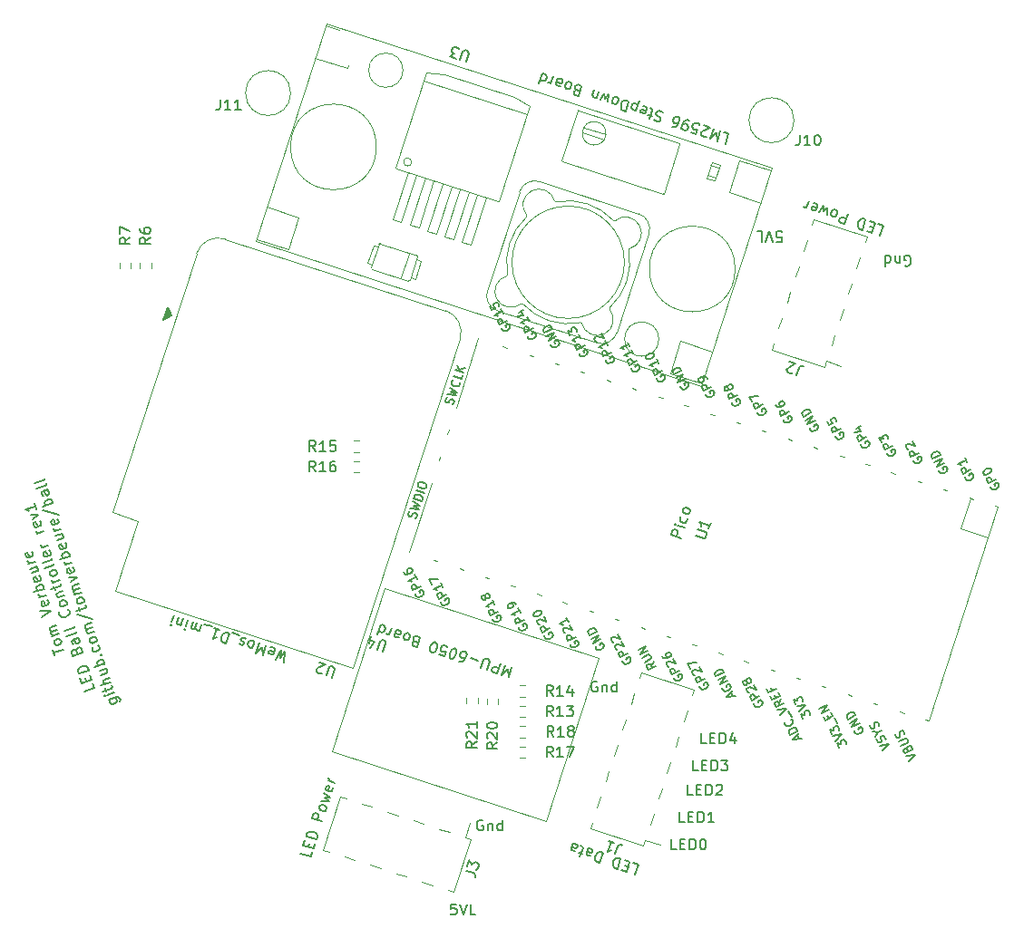
<source format=gbr>
%TF.GenerationSoftware,KiCad,Pcbnew,(6.0.2)*%
%TF.CreationDate,2022-05-01T12:50:51-07:00*%
%TF.ProjectId,controller,636f6e74-726f-46c6-9c65-722e6b696361,rev?*%
%TF.SameCoordinates,Original*%
%TF.FileFunction,Legend,Top*%
%TF.FilePolarity,Positive*%
%FSLAX46Y46*%
G04 Gerber Fmt 4.6, Leading zero omitted, Abs format (unit mm)*
G04 Created by KiCad (PCBNEW (6.0.2)) date 2022-05-01 12:50:51*
%MOMM*%
%LPD*%
G01*
G04 APERTURE LIST*
%ADD10C,0.150000*%
%ADD11C,0.120000*%
%ADD12C,0.017000*%
G04 APERTURE END LIST*
D10*
X151503142Y-114308000D02*
X151407904Y-114260380D01*
X151265047Y-114260380D01*
X151122190Y-114308000D01*
X151026952Y-114403238D01*
X150979333Y-114498476D01*
X150931714Y-114688952D01*
X150931714Y-114831809D01*
X150979333Y-115022285D01*
X151026952Y-115117523D01*
X151122190Y-115212761D01*
X151265047Y-115260380D01*
X151360285Y-115260380D01*
X151503142Y-115212761D01*
X151550761Y-115165142D01*
X151550761Y-114831809D01*
X151360285Y-114831809D01*
X151979333Y-114593714D02*
X151979333Y-115260380D01*
X151979333Y-114688952D02*
X152026952Y-114641333D01*
X152122190Y-114593714D01*
X152265047Y-114593714D01*
X152360285Y-114641333D01*
X152407904Y-114736571D01*
X152407904Y-115260380D01*
X153312666Y-115260380D02*
X153312666Y-114260380D01*
X153312666Y-115212761D02*
X153217428Y-115260380D01*
X153026952Y-115260380D01*
X152931714Y-115212761D01*
X152884095Y-115165142D01*
X152836476Y-115069904D01*
X152836476Y-114784190D01*
X152884095Y-114688952D01*
X152931714Y-114641333D01*
X153026952Y-114593714D01*
X153217428Y-114593714D01*
X153312666Y-114641333D01*
X190888857Y-62476000D02*
X190984095Y-62523619D01*
X191126952Y-62523619D01*
X191269809Y-62476000D01*
X191365047Y-62380761D01*
X191412666Y-62285523D01*
X191460285Y-62095047D01*
X191460285Y-61952190D01*
X191412666Y-61761714D01*
X191365047Y-61666476D01*
X191269809Y-61571238D01*
X191126952Y-61523619D01*
X191031714Y-61523619D01*
X190888857Y-61571238D01*
X190841238Y-61618857D01*
X190841238Y-61952190D01*
X191031714Y-61952190D01*
X190412666Y-62190285D02*
X190412666Y-61523619D01*
X190412666Y-62095047D02*
X190365047Y-62142666D01*
X190269809Y-62190285D01*
X190126952Y-62190285D01*
X190031714Y-62142666D01*
X189984095Y-62047428D01*
X189984095Y-61523619D01*
X189079333Y-61523619D02*
X189079333Y-62523619D01*
X189079333Y-61571238D02*
X189174571Y-61523619D01*
X189365047Y-61523619D01*
X189460285Y-61571238D01*
X189507904Y-61618857D01*
X189555523Y-61714095D01*
X189555523Y-61999809D01*
X189507904Y-62095047D01*
X189460285Y-62142666D01*
X189365047Y-62190285D01*
X189174571Y-62190285D01*
X189079333Y-62142666D01*
X171600952Y-109672380D02*
X171124761Y-109672380D01*
X171124761Y-108672380D01*
X171934285Y-109148571D02*
X172267619Y-109148571D01*
X172410476Y-109672380D02*
X171934285Y-109672380D01*
X171934285Y-108672380D01*
X172410476Y-108672380D01*
X172839047Y-109672380D02*
X172839047Y-108672380D01*
X173077142Y-108672380D01*
X173220000Y-108720000D01*
X173315238Y-108815238D01*
X173362857Y-108910476D01*
X173410476Y-109100952D01*
X173410476Y-109243809D01*
X173362857Y-109434285D01*
X173315238Y-109529523D01*
X173220000Y-109624761D01*
X173077142Y-109672380D01*
X172839047Y-109672380D01*
X173743809Y-108672380D02*
X174362857Y-108672380D01*
X174029523Y-109053333D01*
X174172380Y-109053333D01*
X174267619Y-109100952D01*
X174315238Y-109148571D01*
X174362857Y-109243809D01*
X174362857Y-109481904D01*
X174315238Y-109577142D01*
X174267619Y-109624761D01*
X174172380Y-109672380D01*
X173886666Y-109672380D01*
X173791428Y-109624761D01*
X173743809Y-109577142D01*
X162171142Y-101354000D02*
X162075904Y-101306380D01*
X161933047Y-101306380D01*
X161790190Y-101354000D01*
X161694952Y-101449238D01*
X161647333Y-101544476D01*
X161599714Y-101734952D01*
X161599714Y-101877809D01*
X161647333Y-102068285D01*
X161694952Y-102163523D01*
X161790190Y-102258761D01*
X161933047Y-102306380D01*
X162028285Y-102306380D01*
X162171142Y-102258761D01*
X162218761Y-102211142D01*
X162218761Y-101877809D01*
X162028285Y-101877809D01*
X162647333Y-101639714D02*
X162647333Y-102306380D01*
X162647333Y-101734952D02*
X162694952Y-101687333D01*
X162790190Y-101639714D01*
X162933047Y-101639714D01*
X163028285Y-101687333D01*
X163075904Y-101782571D01*
X163075904Y-102306380D01*
X163980666Y-102306380D02*
X163980666Y-101306380D01*
X163980666Y-102258761D02*
X163885428Y-102306380D01*
X163694952Y-102306380D01*
X163599714Y-102258761D01*
X163552095Y-102211142D01*
X163504476Y-102115904D01*
X163504476Y-101830190D01*
X163552095Y-101734952D01*
X163599714Y-101687333D01*
X163694952Y-101639714D01*
X163885428Y-101639714D01*
X163980666Y-101687333D01*
X178903238Y-60237619D02*
X179379428Y-60237619D01*
X179427047Y-59761428D01*
X179379428Y-59809047D01*
X179284190Y-59856666D01*
X179046095Y-59856666D01*
X178950857Y-59809047D01*
X178903238Y-59761428D01*
X178855619Y-59666190D01*
X178855619Y-59428095D01*
X178903238Y-59332857D01*
X178950857Y-59285238D01*
X179046095Y-59237619D01*
X179284190Y-59237619D01*
X179379428Y-59285238D01*
X179427047Y-59332857D01*
X178569904Y-60237619D02*
X178236571Y-59237619D01*
X177903238Y-60237619D01*
X177093714Y-59237619D02*
X177569904Y-59237619D01*
X177569904Y-60237619D01*
X169568952Y-117038380D02*
X169092761Y-117038380D01*
X169092761Y-116038380D01*
X169902285Y-116514571D02*
X170235619Y-116514571D01*
X170378476Y-117038380D02*
X169902285Y-117038380D01*
X169902285Y-116038380D01*
X170378476Y-116038380D01*
X170807047Y-117038380D02*
X170807047Y-116038380D01*
X171045142Y-116038380D01*
X171188000Y-116086000D01*
X171283238Y-116181238D01*
X171330857Y-116276476D01*
X171378476Y-116466952D01*
X171378476Y-116609809D01*
X171330857Y-116800285D01*
X171283238Y-116895523D01*
X171188000Y-116990761D01*
X171045142Y-117038380D01*
X170807047Y-117038380D01*
X171997523Y-116038380D02*
X172092761Y-116038380D01*
X172188000Y-116086000D01*
X172235619Y-116133619D01*
X172283238Y-116228857D01*
X172330857Y-116419333D01*
X172330857Y-116657428D01*
X172283238Y-116847904D01*
X172235619Y-116943142D01*
X172188000Y-116990761D01*
X172092761Y-117038380D01*
X171997523Y-117038380D01*
X171902285Y-116990761D01*
X171854666Y-116943142D01*
X171807047Y-116847904D01*
X171759428Y-116657428D01*
X171759428Y-116419333D01*
X171807047Y-116228857D01*
X171854666Y-116133619D01*
X171902285Y-116086000D01*
X171997523Y-116038380D01*
X172362952Y-107132380D02*
X171886761Y-107132380D01*
X171886761Y-106132380D01*
X172696285Y-106608571D02*
X173029619Y-106608571D01*
X173172476Y-107132380D02*
X172696285Y-107132380D01*
X172696285Y-106132380D01*
X173172476Y-106132380D01*
X173601047Y-107132380D02*
X173601047Y-106132380D01*
X173839142Y-106132380D01*
X173982000Y-106180000D01*
X174077238Y-106275238D01*
X174124857Y-106370476D01*
X174172476Y-106560952D01*
X174172476Y-106703809D01*
X174124857Y-106894285D01*
X174077238Y-106989523D01*
X173982000Y-107084761D01*
X173839142Y-107132380D01*
X173601047Y-107132380D01*
X175029619Y-106465714D02*
X175029619Y-107132380D01*
X174791523Y-106084761D02*
X174553428Y-106799047D01*
X175172476Y-106799047D01*
X111514424Y-98916667D02*
X111337843Y-98373206D01*
X112377190Y-98335919D02*
X111426134Y-98644936D01*
X112141749Y-97611305D02*
X112125891Y-97716597D01*
X112095317Y-97776600D01*
X112019456Y-97851319D01*
X111747725Y-97939610D01*
X111642433Y-97923751D01*
X111582430Y-97893178D01*
X111507711Y-97817316D01*
X111463566Y-97681451D01*
X111479424Y-97576159D01*
X111509997Y-97516156D01*
X111585859Y-97441437D01*
X111857589Y-97353147D01*
X111962881Y-97369005D01*
X112022885Y-97399578D01*
X112097603Y-97475440D01*
X112141749Y-97611305D01*
X111906307Y-96886690D02*
X111272270Y-97092702D01*
X111362846Y-97063272D02*
X111302843Y-97032698D01*
X111228124Y-96956837D01*
X111183979Y-96820971D01*
X111199837Y-96715679D01*
X111275699Y-96640961D01*
X111773871Y-96479095D01*
X111275699Y-96640961D02*
X111170407Y-96625103D01*
X111095688Y-96549241D01*
X111051543Y-96413376D01*
X111067401Y-96308084D01*
X111143263Y-96233365D01*
X111641436Y-96071499D01*
X110351932Y-95338883D02*
X111199983Y-94712847D01*
X110145921Y-94704845D01*
X110830962Y-93731217D02*
X110905681Y-93807079D01*
X110964541Y-93988233D01*
X110948683Y-94093524D01*
X110872821Y-94168243D01*
X110510514Y-94285964D01*
X110405222Y-94270106D01*
X110330504Y-94194244D01*
X110271643Y-94013090D01*
X110287501Y-93907798D01*
X110363363Y-93833080D01*
X110453940Y-93803650D01*
X110691668Y-94227103D01*
X110729100Y-93263618D02*
X110095062Y-93469629D01*
X110276216Y-93410769D02*
X110170924Y-93394911D01*
X110110920Y-93364337D01*
X110036202Y-93288476D01*
X110006771Y-93197899D01*
X110537803Y-92674869D02*
X109586747Y-92983886D01*
X109949054Y-92866165D02*
X109874336Y-92790303D01*
X109815475Y-92609150D01*
X109831333Y-92503858D01*
X109861907Y-92443854D01*
X109937768Y-92369136D01*
X110209499Y-92280845D01*
X110314791Y-92296703D01*
X110374794Y-92327277D01*
X110449513Y-92403138D01*
X110508373Y-92584292D01*
X110492515Y-92689584D01*
X110095207Y-91466797D02*
X110169926Y-91542659D01*
X110228786Y-91723812D01*
X110212928Y-91829104D01*
X110137067Y-91903823D01*
X109774759Y-92021544D01*
X109669467Y-92005685D01*
X109594749Y-91929824D01*
X109535888Y-91748670D01*
X109551747Y-91643378D01*
X109627608Y-91568659D01*
X109718185Y-91539229D01*
X109955913Y-91962683D01*
X109226871Y-90797613D02*
X109860909Y-90591602D01*
X109359307Y-91205209D02*
X109857480Y-91043343D01*
X109933341Y-90968624D01*
X109949200Y-90863333D01*
X109905054Y-90727467D01*
X109830336Y-90651606D01*
X109770332Y-90621032D01*
X109713758Y-90138718D02*
X109079720Y-90344729D01*
X109260874Y-90285869D02*
X109155582Y-90270011D01*
X109095579Y-90239437D01*
X109020860Y-90163576D01*
X108991430Y-90072999D01*
X109359453Y-89202377D02*
X109434171Y-89278238D01*
X109493032Y-89459392D01*
X109477173Y-89564684D01*
X109401312Y-89639402D01*
X109039005Y-89757123D01*
X108933713Y-89741265D01*
X108858994Y-89665403D01*
X108800134Y-89484250D01*
X108815992Y-89378958D01*
X108891854Y-89304239D01*
X108982430Y-89274809D01*
X109220158Y-89698263D01*
X115092956Y-101484119D02*
X115240107Y-101937003D01*
X114289051Y-102246020D01*
X114491778Y-101328966D02*
X114388773Y-101011947D01*
X114842800Y-100714216D02*
X114989951Y-101167100D01*
X114038894Y-101476117D01*
X113891743Y-101023233D01*
X114710364Y-100306621D02*
X113759307Y-100615638D01*
X113685732Y-100389196D01*
X113686875Y-100238615D01*
X113748022Y-100118608D01*
X113823883Y-100043890D01*
X113990322Y-99939741D01*
X114126187Y-99895596D01*
X114322056Y-99882024D01*
X114427348Y-99897882D01*
X114547355Y-99959028D01*
X114636789Y-100080179D01*
X114710364Y-100306621D01*
X113564727Y-98475797D02*
X113565870Y-98325216D01*
X113596444Y-98265213D01*
X113672305Y-98190494D01*
X113808171Y-98146349D01*
X113913463Y-98162207D01*
X113973466Y-98192781D01*
X114048185Y-98268642D01*
X114165905Y-98630950D01*
X113214849Y-98939967D01*
X113111843Y-98622948D01*
X113127701Y-98517656D01*
X113158275Y-98457652D01*
X113234137Y-98382934D01*
X113324713Y-98353504D01*
X113430005Y-98369362D01*
X113490009Y-98399935D01*
X113564727Y-98475797D01*
X113667733Y-98792816D01*
X113724453Y-97272297D02*
X113226280Y-97434163D01*
X113150418Y-97508882D01*
X113134560Y-97614174D01*
X113193421Y-97795328D01*
X113268139Y-97871189D01*
X113679164Y-97287012D02*
X113753883Y-97362874D01*
X113827458Y-97589316D01*
X113811600Y-97694608D01*
X113735738Y-97769327D01*
X113645162Y-97798757D01*
X113539870Y-97782899D01*
X113465151Y-97707037D01*
X113391576Y-97480595D01*
X113316857Y-97404733D01*
X113533156Y-96683548D02*
X113517298Y-96788840D01*
X113441436Y-96863559D01*
X112626245Y-97128430D01*
X113371290Y-96185376D02*
X113355432Y-96290668D01*
X113279570Y-96365386D01*
X112464379Y-96630258D01*
X112750970Y-94584423D02*
X112810974Y-94614997D01*
X112900407Y-94736147D01*
X112929837Y-94826723D01*
X112928694Y-94977304D01*
X112867548Y-95097311D01*
X112791686Y-95172029D01*
X112625248Y-95276178D01*
X112489382Y-95320323D01*
X112293514Y-95333895D01*
X112188222Y-95318037D01*
X112068215Y-95256891D01*
X111978781Y-95135740D01*
X111949351Y-95045164D01*
X111950494Y-94894583D01*
X111981067Y-94834580D01*
X112664966Y-94011532D02*
X112649108Y-94116824D01*
X112618534Y-94176828D01*
X112542673Y-94251546D01*
X112270942Y-94339837D01*
X112165650Y-94323979D01*
X112105647Y-94293405D01*
X112030928Y-94217544D01*
X111986783Y-94081678D01*
X112002641Y-93976386D01*
X112033214Y-93916383D01*
X112109076Y-93841664D01*
X112380806Y-93753374D01*
X112486098Y-93769232D01*
X112546102Y-93799805D01*
X112620820Y-93875667D01*
X112664966Y-94011532D01*
X111795487Y-93492929D02*
X112429524Y-93286918D01*
X111886063Y-93463499D02*
X111826060Y-93432926D01*
X111751341Y-93357064D01*
X111707196Y-93221199D01*
X111723054Y-93115907D01*
X111798916Y-93041188D01*
X112297088Y-92879322D01*
X111560045Y-92768315D02*
X111442324Y-92406007D01*
X111198881Y-92735455D02*
X112014072Y-92470583D01*
X112089934Y-92395865D01*
X112105792Y-92290573D01*
X112076362Y-92199996D01*
X111973356Y-91882977D02*
X111339319Y-92088988D01*
X111520472Y-92030128D02*
X111415180Y-92014270D01*
X111355177Y-91983697D01*
X111280458Y-91907835D01*
X111251028Y-91817258D01*
X111737915Y-91158363D02*
X111722057Y-91263655D01*
X111691483Y-91323658D01*
X111615622Y-91398377D01*
X111343891Y-91486667D01*
X111238599Y-91470809D01*
X111178596Y-91440236D01*
X111103877Y-91364374D01*
X111059732Y-91228509D01*
X111075590Y-91123217D01*
X111106163Y-91063213D01*
X111182025Y-90988495D01*
X111453756Y-90900204D01*
X111559047Y-90916062D01*
X111619051Y-90946636D01*
X111693770Y-91022497D01*
X111737915Y-91158363D01*
X111458328Y-90297883D02*
X111442470Y-90403175D01*
X111366608Y-90477893D01*
X110551417Y-90742765D01*
X111296462Y-89799710D02*
X111280604Y-89905002D01*
X111204742Y-89979721D01*
X110389551Y-90244593D01*
X111015732Y-89089811D02*
X111090451Y-89165673D01*
X111149311Y-89346826D01*
X111133453Y-89452118D01*
X111057591Y-89526837D01*
X110695284Y-89644558D01*
X110589992Y-89628699D01*
X110515273Y-89552838D01*
X110456413Y-89371684D01*
X110472271Y-89266392D01*
X110548133Y-89191674D01*
X110638710Y-89162243D01*
X110876437Y-89585697D01*
X110913869Y-88622212D02*
X110279832Y-88828223D01*
X110460985Y-88769363D02*
X110355694Y-88753505D01*
X110295690Y-88722931D01*
X110220971Y-88647070D01*
X110191541Y-88556493D01*
X110487132Y-87308848D02*
X109853094Y-87514859D01*
X110034248Y-87455999D02*
X109928956Y-87440141D01*
X109868952Y-87409568D01*
X109794234Y-87333706D01*
X109764803Y-87243129D01*
X110132826Y-86372507D02*
X110207545Y-86448368D01*
X110266405Y-86629522D01*
X110250547Y-86734814D01*
X110174685Y-86809533D01*
X109812378Y-86927253D01*
X109707086Y-86911395D01*
X109632368Y-86835533D01*
X109573507Y-86654380D01*
X109589365Y-86549088D01*
X109665227Y-86474369D01*
X109755804Y-86444939D01*
X109993532Y-86868393D01*
X109426356Y-86201496D02*
X109986818Y-85769042D01*
X109279205Y-85748612D01*
X109633656Y-84682121D02*
X109810237Y-85225582D01*
X109721947Y-84953851D02*
X108770890Y-85262868D01*
X108936186Y-85309300D01*
X109056193Y-85370446D01*
X109130911Y-85446308D01*
X116593439Y-103049438D02*
X117363342Y-102799281D01*
X117468633Y-102815140D01*
X117528637Y-102845713D01*
X117603356Y-102921575D01*
X117647501Y-103057440D01*
X117631643Y-103162732D01*
X117182188Y-102858142D02*
X117256907Y-102934004D01*
X117315767Y-103115157D01*
X117299909Y-103220449D01*
X117269335Y-103280453D01*
X117193474Y-103355171D01*
X116921743Y-103443462D01*
X116816451Y-103427604D01*
X116756448Y-103397030D01*
X116681729Y-103321168D01*
X116622869Y-103140015D01*
X116638727Y-103034723D01*
X117080325Y-102390543D02*
X116446288Y-102596554D01*
X116129269Y-102699560D02*
X116189272Y-102730133D01*
X116219846Y-102670129D01*
X116159842Y-102639556D01*
X116129269Y-102699560D01*
X116219846Y-102670129D01*
X116343282Y-102279535D02*
X116225561Y-101917228D01*
X115982118Y-102246676D02*
X116797309Y-101981804D01*
X116873171Y-101907085D01*
X116889029Y-101801793D01*
X116859599Y-101711217D01*
X116756593Y-101394198D02*
X115805537Y-101703215D01*
X116624157Y-100986602D02*
X116125985Y-101148468D01*
X116050123Y-101223187D01*
X116034265Y-101328479D01*
X116078410Y-101464344D01*
X116153129Y-101540206D01*
X116213132Y-101570779D01*
X115710533Y-100332134D02*
X116344571Y-100126122D01*
X115842969Y-100739729D02*
X116341141Y-100577863D01*
X116417003Y-100503145D01*
X116432861Y-100397853D01*
X116388716Y-100261988D01*
X116313997Y-100186126D01*
X116253994Y-100155553D01*
X116197420Y-99673238D02*
X115246363Y-99982255D01*
X115608670Y-99864535D02*
X115533952Y-99788673D01*
X115475091Y-99607519D01*
X115490950Y-99502227D01*
X115521523Y-99442224D01*
X115597385Y-99367505D01*
X115869115Y-99279215D01*
X115974407Y-99295073D01*
X116034411Y-99325646D01*
X116109129Y-99401508D01*
X116167990Y-99582662D01*
X116152131Y-99687953D01*
X115827256Y-98842189D02*
X115857829Y-98782185D01*
X115917833Y-98812759D01*
X115887260Y-98872762D01*
X115827256Y-98842189D01*
X115917833Y-98812759D01*
X115592958Y-97966994D02*
X115667676Y-98042856D01*
X115726537Y-98224009D01*
X115710678Y-98329301D01*
X115680105Y-98389305D01*
X115604243Y-98464023D01*
X115332513Y-98552314D01*
X115227221Y-98536456D01*
X115167218Y-98505882D01*
X115092499Y-98430021D01*
X115033639Y-98248867D01*
X115049497Y-98143575D01*
X115461665Y-97408818D02*
X115445807Y-97514110D01*
X115415233Y-97574113D01*
X115339372Y-97648832D01*
X115067641Y-97737123D01*
X114962349Y-97721264D01*
X114902346Y-97690691D01*
X114827627Y-97614829D01*
X114783482Y-97478964D01*
X114799340Y-97373672D01*
X114829914Y-97313669D01*
X114905775Y-97238950D01*
X115177506Y-97150660D01*
X115282798Y-97166518D01*
X115342801Y-97197091D01*
X115417520Y-97272953D01*
X115461665Y-97408818D01*
X115226223Y-96684204D02*
X114592186Y-96890215D01*
X114682763Y-96860785D02*
X114622759Y-96830211D01*
X114548040Y-96754350D01*
X114503895Y-96618484D01*
X114519753Y-96513193D01*
X114595615Y-96438474D01*
X115093788Y-96276608D01*
X114595615Y-96438474D02*
X114490323Y-96422616D01*
X114415605Y-96346754D01*
X114371459Y-96210889D01*
X114387318Y-96105597D01*
X114463179Y-96030878D01*
X114961352Y-95869012D01*
X113597129Y-95060534D02*
X115084788Y-95478418D01*
X113900576Y-94761660D02*
X113782856Y-94399353D01*
X113539412Y-94728800D02*
X114354603Y-94463929D01*
X114430465Y-94389210D01*
X114446323Y-94283918D01*
X114416893Y-94193341D01*
X114269742Y-93740457D02*
X114253884Y-93845749D01*
X114223311Y-93905753D01*
X114147449Y-93980471D01*
X113875719Y-94068762D01*
X113770427Y-94052904D01*
X113710423Y-94022330D01*
X113635705Y-93946469D01*
X113591559Y-93810603D01*
X113607418Y-93705311D01*
X113637991Y-93645308D01*
X113713853Y-93570589D01*
X113985583Y-93482299D01*
X114090875Y-93498157D01*
X114150878Y-93528730D01*
X114225597Y-93604592D01*
X114269742Y-93740457D01*
X114034301Y-93015843D02*
X113400263Y-93221854D01*
X113490840Y-93192424D02*
X113430836Y-93161851D01*
X113356118Y-93085989D01*
X113311972Y-92950124D01*
X113327831Y-92844832D01*
X113403692Y-92770113D01*
X113901865Y-92608247D01*
X113403692Y-92770113D02*
X113298401Y-92754255D01*
X113223682Y-92678393D01*
X113179537Y-92542528D01*
X113195395Y-92437236D01*
X113271257Y-92362517D01*
X113769429Y-92200651D01*
X113017671Y-92044356D02*
X113578133Y-91611902D01*
X112870520Y-91591471D01*
X113223827Y-90675561D02*
X113298546Y-90751422D01*
X113357406Y-90932576D01*
X113341548Y-91037868D01*
X113265686Y-91112587D01*
X112903379Y-91230307D01*
X112798087Y-91214449D01*
X112723369Y-91138587D01*
X112664508Y-90957434D01*
X112680367Y-90852142D01*
X112756228Y-90777423D01*
X112846805Y-90747993D01*
X113084533Y-91171447D01*
X113121965Y-90207962D02*
X112487927Y-90413973D01*
X112669081Y-90355113D02*
X112563789Y-90339254D01*
X112503785Y-90308681D01*
X112429067Y-90232819D01*
X112399637Y-90142242D01*
X112930669Y-89619212D02*
X111979612Y-89928229D01*
X112341919Y-89810509D02*
X112267201Y-89734647D01*
X112208340Y-89553493D01*
X112224199Y-89448201D01*
X112254772Y-89388198D01*
X112330634Y-89313479D01*
X112602364Y-89225189D01*
X112707656Y-89241047D01*
X112767659Y-89271620D01*
X112842378Y-89347482D01*
X112901238Y-89528635D01*
X112885380Y-89633927D01*
X112488073Y-88411140D02*
X112562791Y-88487002D01*
X112621652Y-88668156D01*
X112605793Y-88773448D01*
X112529932Y-88848166D01*
X112167624Y-88965887D01*
X112062333Y-88950029D01*
X111987614Y-88874167D01*
X111928754Y-88693013D01*
X111944612Y-88587722D01*
X112020473Y-88513003D01*
X112111050Y-88483573D01*
X112348778Y-88907027D01*
X111619737Y-87741957D02*
X112253774Y-87535946D01*
X111752172Y-88149553D02*
X112250345Y-87987687D01*
X112326207Y-87912968D01*
X112342065Y-87807676D01*
X112297920Y-87671811D01*
X112223201Y-87595949D01*
X112163197Y-87565376D01*
X112106623Y-87083062D02*
X111472586Y-87289073D01*
X111653739Y-87230213D02*
X111548447Y-87214354D01*
X111488444Y-87183781D01*
X111413725Y-87107919D01*
X111384295Y-87017342D01*
X111752318Y-86146720D02*
X111827036Y-86222582D01*
X111885897Y-86403736D01*
X111870039Y-86509027D01*
X111794177Y-86583746D01*
X111431870Y-86701467D01*
X111326578Y-86685609D01*
X111251859Y-86609747D01*
X111192999Y-86428593D01*
X111208857Y-86323301D01*
X111284719Y-86248583D01*
X111375296Y-86219153D01*
X111613023Y-86642606D01*
X110433384Y-85323527D02*
X111921043Y-85741411D01*
X111326723Y-84682776D02*
X110375667Y-84991793D01*
X110737974Y-84874072D02*
X110663255Y-84798211D01*
X110604395Y-84617057D01*
X110620253Y-84511765D01*
X110650827Y-84451762D01*
X110726688Y-84377043D01*
X110998419Y-84288752D01*
X111103711Y-84304611D01*
X111163714Y-84335184D01*
X111238433Y-84411046D01*
X111297293Y-84592199D01*
X111281435Y-84697491D01*
X110914701Y-83414701D02*
X110416528Y-83576567D01*
X110340666Y-83651285D01*
X110324808Y-83756577D01*
X110383669Y-83937731D01*
X110458387Y-84013593D01*
X110869412Y-83429416D02*
X110944131Y-83505278D01*
X111017706Y-83731720D01*
X111001848Y-83837011D01*
X110925986Y-83911730D01*
X110835410Y-83941160D01*
X110730118Y-83925302D01*
X110655399Y-83849440D01*
X110581824Y-83622998D01*
X110507105Y-83547137D01*
X110723404Y-82825951D02*
X110707546Y-82931243D01*
X110631684Y-83005962D01*
X109816493Y-83270834D01*
X110561538Y-82327779D02*
X110545680Y-82433071D01*
X110469818Y-82507790D01*
X109654627Y-82772661D01*
X170330952Y-114498380D02*
X169854761Y-114498380D01*
X169854761Y-113498380D01*
X170664285Y-113974571D02*
X170997619Y-113974571D01*
X171140476Y-114498380D02*
X170664285Y-114498380D01*
X170664285Y-113498380D01*
X171140476Y-113498380D01*
X171569047Y-114498380D02*
X171569047Y-113498380D01*
X171807142Y-113498380D01*
X171950000Y-113546000D01*
X172045238Y-113641238D01*
X172092857Y-113736476D01*
X172140476Y-113926952D01*
X172140476Y-114069809D01*
X172092857Y-114260285D01*
X172045238Y-114355523D01*
X171950000Y-114450761D01*
X171807142Y-114498380D01*
X171569047Y-114498380D01*
X173092857Y-114498380D02*
X172521428Y-114498380D01*
X172807142Y-114498380D02*
X172807142Y-113498380D01*
X172711904Y-113641238D01*
X172616666Y-113736476D01*
X172521428Y-113784095D01*
X171092952Y-111958380D02*
X170616761Y-111958380D01*
X170616761Y-110958380D01*
X171426285Y-111434571D02*
X171759619Y-111434571D01*
X171902476Y-111958380D02*
X171426285Y-111958380D01*
X171426285Y-110958380D01*
X171902476Y-110958380D01*
X172331047Y-111958380D02*
X172331047Y-110958380D01*
X172569142Y-110958380D01*
X172712000Y-111006000D01*
X172807238Y-111101238D01*
X172854857Y-111196476D01*
X172902476Y-111386952D01*
X172902476Y-111529809D01*
X172854857Y-111720285D01*
X172807238Y-111815523D01*
X172712000Y-111910761D01*
X172569142Y-111958380D01*
X172331047Y-111958380D01*
X173283428Y-111053619D02*
X173331047Y-111006000D01*
X173426285Y-110958380D01*
X173664380Y-110958380D01*
X173759619Y-111006000D01*
X173807238Y-111053619D01*
X173854857Y-111148857D01*
X173854857Y-111244095D01*
X173807238Y-111386952D01*
X173235809Y-111958380D01*
X173854857Y-111958380D01*
X149010761Y-122134380D02*
X148534571Y-122134380D01*
X148486952Y-122610571D01*
X148534571Y-122562952D01*
X148629809Y-122515333D01*
X148867904Y-122515333D01*
X148963142Y-122562952D01*
X149010761Y-122610571D01*
X149058380Y-122705809D01*
X149058380Y-122943904D01*
X149010761Y-123039142D01*
X148963142Y-123086761D01*
X148867904Y-123134380D01*
X148629809Y-123134380D01*
X148534571Y-123086761D01*
X148486952Y-123039142D01*
X149344095Y-122134380D02*
X149677428Y-123134380D01*
X150010761Y-122134380D01*
X150820285Y-123134380D02*
X150344095Y-123134380D01*
X150344095Y-122134380D01*
%TO.C,R6*%
X120467380Y-59856666D02*
X119991190Y-60190000D01*
X120467380Y-60428095D02*
X119467380Y-60428095D01*
X119467380Y-60047142D01*
X119515000Y-59951904D01*
X119562619Y-59904285D01*
X119657857Y-59856666D01*
X119800714Y-59856666D01*
X119895952Y-59904285D01*
X119943571Y-59951904D01*
X119991190Y-60047142D01*
X119991190Y-60428095D01*
X119467380Y-58999523D02*
X119467380Y-59190000D01*
X119515000Y-59285238D01*
X119562619Y-59332857D01*
X119705476Y-59428095D01*
X119895952Y-59475714D01*
X120276904Y-59475714D01*
X120372142Y-59428095D01*
X120419761Y-59380476D01*
X120467380Y-59285238D01*
X120467380Y-59094761D01*
X120419761Y-58999523D01*
X120372142Y-58951904D01*
X120276904Y-58904285D01*
X120038809Y-58904285D01*
X119943571Y-58951904D01*
X119895952Y-58999523D01*
X119848333Y-59094761D01*
X119848333Y-59285238D01*
X119895952Y-59380476D01*
X119943571Y-59428095D01*
X120038809Y-59475714D01*
%TO.C,R15*%
X135882142Y-79827380D02*
X135548809Y-79351190D01*
X135310714Y-79827380D02*
X135310714Y-78827380D01*
X135691666Y-78827380D01*
X135786904Y-78875000D01*
X135834523Y-78922619D01*
X135882142Y-79017857D01*
X135882142Y-79160714D01*
X135834523Y-79255952D01*
X135786904Y-79303571D01*
X135691666Y-79351190D01*
X135310714Y-79351190D01*
X136834523Y-79827380D02*
X136263095Y-79827380D01*
X136548809Y-79827380D02*
X136548809Y-78827380D01*
X136453571Y-78970238D01*
X136358333Y-79065476D01*
X136263095Y-79113095D01*
X137739285Y-78827380D02*
X137263095Y-78827380D01*
X137215476Y-79303571D01*
X137263095Y-79255952D01*
X137358333Y-79208333D01*
X137596428Y-79208333D01*
X137691666Y-79255952D01*
X137739285Y-79303571D01*
X137786904Y-79398809D01*
X137786904Y-79636904D01*
X137739285Y-79732142D01*
X137691666Y-79779761D01*
X137596428Y-79827380D01*
X137358333Y-79827380D01*
X137263095Y-79779761D01*
X137215476Y-79732142D01*
%TO.C,R21*%
X150947380Y-106965357D02*
X150471190Y-107298690D01*
X150947380Y-107536785D02*
X149947380Y-107536785D01*
X149947380Y-107155833D01*
X149995000Y-107060595D01*
X150042619Y-107012976D01*
X150137857Y-106965357D01*
X150280714Y-106965357D01*
X150375952Y-107012976D01*
X150423571Y-107060595D01*
X150471190Y-107155833D01*
X150471190Y-107536785D01*
X150042619Y-106584404D02*
X149995000Y-106536785D01*
X149947380Y-106441547D01*
X149947380Y-106203452D01*
X149995000Y-106108214D01*
X150042619Y-106060595D01*
X150137857Y-106012976D01*
X150233095Y-106012976D01*
X150375952Y-106060595D01*
X150947380Y-106632023D01*
X150947380Y-106012976D01*
X150947380Y-105060595D02*
X150947380Y-105632023D01*
X150947380Y-105346309D02*
X149947380Y-105346309D01*
X150090238Y-105441547D01*
X150185476Y-105536785D01*
X150233095Y-105632023D01*
%TO.C,U1*%
X171321472Y-87693025D02*
X172091375Y-87943182D01*
X172196667Y-87927324D01*
X172256671Y-87896750D01*
X172331389Y-87820889D01*
X172390250Y-87639735D01*
X172374391Y-87534443D01*
X172343818Y-87474440D01*
X172267956Y-87399721D01*
X171498053Y-87149565D01*
X172758127Y-86507525D02*
X172581546Y-87050986D01*
X172669836Y-86779255D02*
X171718780Y-86470238D01*
X171825215Y-86604961D01*
X171886362Y-86724968D01*
X171902220Y-86830259D01*
X170027902Y-87923624D02*
X169076845Y-87614607D01*
X169194566Y-87252299D01*
X169269284Y-87176438D01*
X169329288Y-87145864D01*
X169434580Y-87130006D01*
X169570445Y-87174151D01*
X169646307Y-87248870D01*
X169676880Y-87308874D01*
X169692738Y-87414165D01*
X169575018Y-87776473D01*
X170336919Y-86972567D02*
X169702881Y-86766556D01*
X169385862Y-86663550D02*
X169416435Y-86723554D01*
X169476439Y-86692980D01*
X169445866Y-86632977D01*
X169385862Y-86663550D01*
X169476439Y-86692980D01*
X170571217Y-86097372D02*
X170587075Y-86202664D01*
X170528215Y-86383818D01*
X170453496Y-86459680D01*
X170393493Y-86490253D01*
X170288201Y-86506111D01*
X170016470Y-86417821D01*
X169940609Y-86343102D01*
X169910035Y-86283098D01*
X169894177Y-86177807D01*
X169953038Y-85996653D01*
X170027756Y-85920791D01*
X170793087Y-85568627D02*
X170718368Y-85644488D01*
X170658364Y-85675062D01*
X170553073Y-85690920D01*
X170281342Y-85602629D01*
X170205480Y-85527911D01*
X170174907Y-85467907D01*
X170159049Y-85362615D01*
X170203194Y-85226750D01*
X170277913Y-85150888D01*
X170337916Y-85120315D01*
X170443208Y-85104457D01*
X170714939Y-85192747D01*
X170790800Y-85267466D01*
X170821374Y-85327469D01*
X170837232Y-85432761D01*
X170793087Y-85568627D01*
X181992672Y-77651055D02*
X181993319Y-77736236D01*
X182045203Y-77838066D01*
X182131031Y-77922600D01*
X182233507Y-77955897D01*
X182318688Y-77955250D01*
X182471755Y-77920014D01*
X182573585Y-77868129D01*
X182692062Y-77765006D01*
X182742653Y-77696474D01*
X182775950Y-77593998D01*
X182758008Y-77474873D01*
X182723419Y-77406987D01*
X182637591Y-77322453D01*
X182586353Y-77305805D01*
X182348751Y-77426869D01*
X182417931Y-77562641D01*
X182498585Y-76965727D02*
X181785780Y-77328919D01*
X182291047Y-76558410D01*
X181578242Y-76921602D01*
X182118098Y-76218978D02*
X181405293Y-76582171D01*
X181318818Y-76412455D01*
X181300877Y-76293331D01*
X181334173Y-76190855D01*
X181384765Y-76122322D01*
X181503242Y-76019200D01*
X181605072Y-75967315D01*
X181758139Y-75932079D01*
X181843320Y-75931432D01*
X181945796Y-75964729D01*
X182031624Y-76049263D01*
X182118098Y-76218978D01*
X181003731Y-106698510D02*
X180830783Y-106359079D01*
X181241980Y-106662627D02*
X180408110Y-106788218D01*
X180999852Y-106187424D01*
X180878787Y-105949822D02*
X180165982Y-106313014D01*
X180079508Y-106143299D01*
X180061566Y-106024174D01*
X180094863Y-105921698D01*
X180145454Y-105853166D01*
X180263932Y-105750043D01*
X180365761Y-105698158D01*
X180518828Y-105662922D01*
X180604009Y-105662275D01*
X180706485Y-105695572D01*
X180792313Y-105780106D01*
X180878787Y-105949822D01*
X180240170Y-104864289D02*
X180291408Y-104880937D01*
X180377236Y-104965472D01*
X180411826Y-105033358D01*
X180429767Y-105152482D01*
X180396471Y-105254958D01*
X180345880Y-105323491D01*
X180227402Y-105426614D01*
X180125573Y-105478498D01*
X179972505Y-105513735D01*
X179887324Y-105514381D01*
X179784848Y-105481085D01*
X179699021Y-105396550D01*
X179664431Y-105328664D01*
X179646489Y-105209540D01*
X179663138Y-105158302D01*
X180306763Y-104659337D02*
X180030045Y-104116247D01*
X179214764Y-104446143D02*
X179806505Y-103845349D01*
X178972636Y-103970940D01*
X179356838Y-102962828D02*
X179138471Y-103373379D01*
X179564377Y-103370146D02*
X178851572Y-103733338D01*
X178713213Y-103461793D01*
X178712566Y-103376612D01*
X178729214Y-103325374D01*
X178779806Y-103256841D01*
X178881635Y-103204957D01*
X178966816Y-103204310D01*
X179018054Y-103220958D01*
X179086587Y-103271550D01*
X179224946Y-103543095D01*
X178827810Y-102847584D02*
X178706746Y-102609982D01*
X179028236Y-102317909D02*
X179201184Y-102657341D01*
X178488379Y-103020533D01*
X178315430Y-102681102D01*
X178378144Y-101965063D02*
X178499208Y-102202665D01*
X178872582Y-102012422D02*
X178159777Y-102375614D01*
X177986828Y-102036183D01*
X196509891Y-82234515D02*
X196510538Y-82319696D01*
X196562422Y-82421526D01*
X196648250Y-82506060D01*
X196750726Y-82539357D01*
X196835907Y-82538710D01*
X196988974Y-82503474D01*
X197090804Y-82451589D01*
X197209281Y-82348466D01*
X197259873Y-82279933D01*
X197293169Y-82177457D01*
X197275228Y-82058333D01*
X197240638Y-81990447D01*
X197154810Y-81905913D01*
X197103572Y-81889264D01*
X196865970Y-82010329D01*
X196935150Y-82146101D01*
X197015804Y-81549187D02*
X196302999Y-81912379D01*
X196164640Y-81640834D01*
X196163994Y-81555653D01*
X196180642Y-81504415D01*
X196231233Y-81435882D01*
X196333062Y-81383998D01*
X196418243Y-81383351D01*
X196469481Y-81399999D01*
X196538014Y-81450591D01*
X196676373Y-81722135D01*
X196462368Y-80463007D02*
X196669907Y-80870325D01*
X196566138Y-80666666D02*
X195853332Y-81029858D01*
X195989751Y-81045860D01*
X196092227Y-81079156D01*
X196160760Y-81129748D01*
X188764286Y-107784100D02*
X189356027Y-107183306D01*
X188522158Y-107308897D01*
X189097251Y-106759341D02*
X189079309Y-106640217D01*
X188992835Y-106470501D01*
X188924302Y-106419910D01*
X188873064Y-106403261D01*
X188787883Y-106403908D01*
X188719997Y-106438498D01*
X188669406Y-106507031D01*
X188652757Y-106558269D01*
X188653404Y-106643450D01*
X188688640Y-106796517D01*
X188689287Y-106881698D01*
X188672639Y-106932936D01*
X188622047Y-107001469D01*
X188554161Y-107036059D01*
X188468980Y-107036705D01*
X188417742Y-107020057D01*
X188349209Y-106969466D01*
X188262735Y-106799750D01*
X188244793Y-106680626D01*
X188359391Y-106066417D02*
X188698822Y-105893468D01*
X188107081Y-106494262D02*
X188359391Y-106066417D01*
X187864953Y-106019059D01*
X188440046Y-105469503D02*
X188422104Y-105350379D01*
X188335630Y-105180663D01*
X188267097Y-105130072D01*
X188215859Y-105113423D01*
X188130678Y-105114070D01*
X188062792Y-105148660D01*
X188012200Y-105217193D01*
X187995552Y-105268431D01*
X187996199Y-105353612D01*
X188031435Y-105506679D01*
X188032082Y-105591860D01*
X188015433Y-105643098D01*
X187964842Y-105711631D01*
X187896956Y-105746221D01*
X187811775Y-105746867D01*
X187760537Y-105730219D01*
X187692004Y-105679628D01*
X187605530Y-105509912D01*
X187587588Y-105390788D01*
X181370418Y-104783011D02*
X181145584Y-104341751D01*
X181538193Y-104440994D01*
X181486309Y-104339164D01*
X181485662Y-104253983D01*
X181502310Y-104202745D01*
X181552901Y-104134212D01*
X181722617Y-104047738D01*
X181807798Y-104047091D01*
X181859036Y-104063740D01*
X181927569Y-104114331D01*
X182031338Y-104317990D01*
X182031985Y-104403171D01*
X182015337Y-104454409D01*
X181041815Y-104138092D02*
X181633556Y-103537298D01*
X180799687Y-103662889D01*
X180713212Y-103493173D02*
X180488379Y-103051913D01*
X180880988Y-103151156D01*
X180829103Y-103049326D01*
X180828457Y-102964145D01*
X180845105Y-102912907D01*
X180895696Y-102844374D01*
X181065412Y-102757900D01*
X181150593Y-102757253D01*
X181201831Y-102773902D01*
X181270364Y-102824493D01*
X181374133Y-103028152D01*
X181374780Y-103113333D01*
X181358131Y-103164571D01*
X189222428Y-79971821D02*
X189223075Y-80057002D01*
X189274959Y-80158832D01*
X189360787Y-80243366D01*
X189463263Y-80276663D01*
X189548444Y-80276016D01*
X189701511Y-80240780D01*
X189803341Y-80188895D01*
X189921818Y-80085772D01*
X189972410Y-80017239D01*
X190005706Y-79914763D01*
X189987765Y-79795639D01*
X189953175Y-79727753D01*
X189867347Y-79643219D01*
X189816109Y-79626570D01*
X189578507Y-79747635D01*
X189647687Y-79883407D01*
X189728341Y-79286493D02*
X189015536Y-79649685D01*
X188877177Y-79378140D01*
X188876531Y-79292959D01*
X188893179Y-79241721D01*
X188943770Y-79173188D01*
X189045599Y-79121304D01*
X189130780Y-79120657D01*
X189182018Y-79137305D01*
X189250551Y-79187897D01*
X189388910Y-79459441D01*
X188686934Y-79004766D02*
X188462100Y-78563506D01*
X188854709Y-78662748D01*
X188802824Y-78560919D01*
X188802178Y-78475738D01*
X188818826Y-78424500D01*
X188869417Y-78355967D01*
X189039133Y-78269493D01*
X189124314Y-78268846D01*
X189175552Y-78285494D01*
X189244085Y-78336086D01*
X189347854Y-78539744D01*
X189348501Y-78624925D01*
X189331853Y-78676163D01*
X184754595Y-107530992D02*
X184529761Y-107089731D01*
X184922370Y-107188974D01*
X184870485Y-107087145D01*
X184869839Y-107001964D01*
X184886487Y-106950726D01*
X184937078Y-106882193D01*
X185106794Y-106795719D01*
X185191975Y-106795072D01*
X185243213Y-106811720D01*
X185311746Y-106862311D01*
X185415515Y-107065970D01*
X185416162Y-107151151D01*
X185399514Y-107202389D01*
X184425992Y-106886073D02*
X185017733Y-106285279D01*
X184183864Y-106410869D01*
X184097389Y-106241154D02*
X183872556Y-105799893D01*
X184265165Y-105899136D01*
X184213280Y-105797307D01*
X184212634Y-105712126D01*
X184229282Y-105660888D01*
X184279873Y-105592355D01*
X184449589Y-105505881D01*
X184534770Y-105505234D01*
X184586008Y-105521882D01*
X184654541Y-105572473D01*
X184758310Y-105776132D01*
X184758956Y-105861313D01*
X184742308Y-105912551D01*
X184584068Y-105266339D02*
X184307350Y-104723249D01*
X183779615Y-104778367D02*
X183658551Y-104540765D01*
X183980040Y-104248692D02*
X184152989Y-104588123D01*
X183440184Y-104951316D01*
X183267235Y-104611885D01*
X183824387Y-103943204D02*
X183111581Y-104306397D01*
X183616848Y-103535887D01*
X182904043Y-103899080D01*
X169914254Y-73726540D02*
X169914901Y-73811721D01*
X169966785Y-73913551D01*
X170052613Y-73998085D01*
X170155089Y-74031382D01*
X170240270Y-74030735D01*
X170393337Y-73995499D01*
X170495167Y-73943614D01*
X170613644Y-73840491D01*
X170664235Y-73771959D01*
X170697532Y-73669483D01*
X170679590Y-73550358D01*
X170645001Y-73482472D01*
X170559173Y-73397938D01*
X170507935Y-73381290D01*
X170270333Y-73502354D01*
X170339513Y-73638126D01*
X170420167Y-73041212D02*
X169707362Y-73404404D01*
X170212629Y-72633895D01*
X169499824Y-72997087D01*
X170039680Y-72294463D02*
X169326875Y-72657656D01*
X169240400Y-72487940D01*
X169222459Y-72368816D01*
X169255755Y-72266340D01*
X169306347Y-72197807D01*
X169424824Y-72094685D01*
X169526654Y-72042800D01*
X169679721Y-72007564D01*
X169764902Y-72006917D01*
X169867378Y-72040214D01*
X169953206Y-72124748D01*
X170039680Y-72294463D01*
X174841743Y-102710347D02*
X174668794Y-102370916D01*
X175079991Y-102674464D02*
X174246122Y-102800055D01*
X174837863Y-102199261D01*
X173847693Y-101934182D02*
X173848340Y-102019364D01*
X173900224Y-102121193D01*
X173986052Y-102205727D01*
X174088528Y-102239024D01*
X174173709Y-102238377D01*
X174326776Y-102203141D01*
X174428606Y-102151256D01*
X174547083Y-102048133D01*
X174597675Y-101979601D01*
X174630971Y-101877125D01*
X174613030Y-101758000D01*
X174578440Y-101690114D01*
X174492612Y-101605580D01*
X174441374Y-101588932D01*
X174203772Y-101709996D01*
X174272952Y-101845768D01*
X174353606Y-101248854D02*
X173640801Y-101612046D01*
X174146068Y-100841537D01*
X173433263Y-101204729D01*
X173973119Y-100502106D02*
X173260314Y-100865298D01*
X173173839Y-100695582D01*
X173155898Y-100576458D01*
X173189194Y-100473982D01*
X173239786Y-100405449D01*
X173358263Y-100302327D01*
X173460093Y-100250442D01*
X173613160Y-100215206D01*
X173698341Y-100214559D01*
X173800817Y-100247856D01*
X173886645Y-100332390D01*
X173973119Y-100502106D01*
X172312643Y-74477499D02*
X172313290Y-74562680D01*
X172365174Y-74664510D01*
X172451002Y-74749044D01*
X172553478Y-74782341D01*
X172638659Y-74781694D01*
X172791726Y-74746458D01*
X172893556Y-74694573D01*
X173012033Y-74591450D01*
X173062625Y-74522917D01*
X173095921Y-74420441D01*
X173077980Y-74301317D01*
X173043390Y-74233431D01*
X172957562Y-74148897D01*
X172906324Y-74132248D01*
X172668722Y-74253313D01*
X172737902Y-74389085D01*
X172818556Y-73792171D02*
X172105751Y-74155363D01*
X171967392Y-73883818D01*
X171966746Y-73798637D01*
X171983394Y-73747399D01*
X172033985Y-73678866D01*
X172135814Y-73626982D01*
X172220995Y-73626335D01*
X172272233Y-73642983D01*
X172340766Y-73693575D01*
X172479125Y-73965119D01*
X172438069Y-73045422D02*
X172368890Y-72909650D01*
X172300357Y-72859059D01*
X172249119Y-72842410D01*
X172112700Y-72826409D01*
X171959632Y-72861645D01*
X171688088Y-73000004D01*
X171637496Y-73068537D01*
X171620848Y-73119775D01*
X171621495Y-73204956D01*
X171690674Y-73340729D01*
X171759207Y-73391320D01*
X171810445Y-73407968D01*
X171895626Y-73407321D01*
X172065342Y-73320847D01*
X172115933Y-73252314D01*
X172132581Y-73201076D01*
X172131935Y-73115895D01*
X172062755Y-72980123D01*
X171994222Y-72929531D01*
X171942984Y-72912883D01*
X171857803Y-72913530D01*
X198885162Y-83111434D02*
X198885809Y-83196615D01*
X198937693Y-83298445D01*
X199023521Y-83382979D01*
X199125997Y-83416276D01*
X199211178Y-83415629D01*
X199364245Y-83380393D01*
X199466075Y-83328508D01*
X199584552Y-83225385D01*
X199635144Y-83156852D01*
X199668440Y-83054376D01*
X199650499Y-82935252D01*
X199615909Y-82867366D01*
X199530081Y-82782832D01*
X199478843Y-82766183D01*
X199241241Y-82887248D01*
X199310421Y-83023020D01*
X199391075Y-82426106D02*
X198678270Y-82789298D01*
X198539911Y-82517753D01*
X198539265Y-82432572D01*
X198555913Y-82381334D01*
X198606504Y-82312801D01*
X198708333Y-82260917D01*
X198793514Y-82260270D01*
X198844752Y-82276918D01*
X198913285Y-82327510D01*
X199051644Y-82599054D01*
X198245898Y-81940720D02*
X198211309Y-81872834D01*
X198210662Y-81787653D01*
X198227310Y-81736415D01*
X198277901Y-81667882D01*
X198396379Y-81564760D01*
X198566095Y-81478285D01*
X198719162Y-81443049D01*
X198804343Y-81442402D01*
X198855581Y-81459051D01*
X198924114Y-81509642D01*
X198958703Y-81577528D01*
X198959350Y-81662709D01*
X198942702Y-81713947D01*
X198892111Y-81782480D01*
X198773633Y-81885603D01*
X198603917Y-81972077D01*
X198450850Y-82007313D01*
X198365669Y-82007960D01*
X198314431Y-81991312D01*
X198245898Y-81940720D01*
X152417849Y-95481029D02*
X152418495Y-95566210D01*
X152470380Y-95668040D01*
X152556208Y-95752574D01*
X152658684Y-95785871D01*
X152743865Y-95785224D01*
X152896932Y-95749988D01*
X152998761Y-95698103D01*
X153117239Y-95594980D01*
X153167830Y-95526448D01*
X153201127Y-95423972D01*
X153183185Y-95304847D01*
X153148596Y-95236961D01*
X153062768Y-95152427D01*
X153011530Y-95135778D01*
X152773928Y-95256843D01*
X152843108Y-95392615D01*
X152923762Y-94795701D02*
X152210957Y-95158893D01*
X152072598Y-94887348D01*
X152071951Y-94802167D01*
X152088600Y-94750929D01*
X152139191Y-94682396D01*
X152241020Y-94630512D01*
X152326201Y-94629865D01*
X152377439Y-94646513D01*
X152445972Y-94697105D01*
X152584331Y-94968650D01*
X152370326Y-93709521D02*
X152577865Y-94116839D01*
X152474095Y-93913180D02*
X151761290Y-94276372D01*
X151897709Y-94292374D01*
X152000185Y-94325670D01*
X152068718Y-94376262D01*
X151755470Y-93509743D02*
X151756117Y-93594924D01*
X151739469Y-93646162D01*
X151688877Y-93714695D01*
X151654934Y-93731989D01*
X151569753Y-93732636D01*
X151518515Y-93715988D01*
X151449982Y-93665397D01*
X151380803Y-93529624D01*
X151380156Y-93444443D01*
X151396804Y-93393205D01*
X151447396Y-93324672D01*
X151481339Y-93307377D01*
X151566520Y-93306731D01*
X151617758Y-93323379D01*
X151686291Y-93373970D01*
X151755470Y-93509743D01*
X151824003Y-93560334D01*
X151875241Y-93576982D01*
X151960422Y-93576336D01*
X152096195Y-93507156D01*
X152146786Y-93438623D01*
X152163434Y-93387385D01*
X152162788Y-93302204D01*
X152093608Y-93166432D01*
X152025075Y-93115840D01*
X151973837Y-93099192D01*
X151888656Y-93099839D01*
X151752884Y-93169018D01*
X151702292Y-93237551D01*
X151685644Y-93288789D01*
X151686291Y-93373970D01*
X167443198Y-99470734D02*
X167224831Y-99881285D01*
X167650736Y-99878052D02*
X166937931Y-100241244D01*
X166799572Y-99969699D01*
X166798925Y-99884518D01*
X166815573Y-99833280D01*
X166866165Y-99764747D01*
X166967994Y-99712863D01*
X167053175Y-99712216D01*
X167104413Y-99728864D01*
X167172946Y-99779455D01*
X167311305Y-100051000D01*
X166574738Y-99528439D02*
X167151771Y-99234426D01*
X167202363Y-99165893D01*
X167219011Y-99114655D01*
X167218364Y-99029474D01*
X167149185Y-98893702D01*
X167080652Y-98843110D01*
X167029414Y-98826462D01*
X166944233Y-98827109D01*
X166367200Y-99121121D01*
X166907056Y-98418498D02*
X166194251Y-98781690D01*
X166699518Y-98011181D01*
X165986713Y-98374373D01*
X154833533Y-96265932D02*
X154834179Y-96351113D01*
X154886064Y-96452943D01*
X154971892Y-96537477D01*
X155074368Y-96570774D01*
X155159549Y-96570127D01*
X155312616Y-96534891D01*
X155414445Y-96483006D01*
X155532923Y-96379883D01*
X155583514Y-96311351D01*
X155616811Y-96208875D01*
X155598869Y-96089750D01*
X155564280Y-96021864D01*
X155478452Y-95937330D01*
X155427214Y-95920681D01*
X155189612Y-96041746D01*
X155258792Y-96177518D01*
X155339446Y-95580604D02*
X154626641Y-95943796D01*
X154488282Y-95672251D01*
X154487635Y-95587070D01*
X154504284Y-95535832D01*
X154554875Y-95467299D01*
X154656704Y-95415415D01*
X154741885Y-95414768D01*
X154793123Y-95431416D01*
X154861656Y-95482008D01*
X155000015Y-95753553D01*
X154786010Y-94494424D02*
X154993549Y-94901742D01*
X154889779Y-94698083D02*
X154176974Y-95061275D01*
X154313393Y-95077277D01*
X154415869Y-95110573D01*
X154484402Y-95161165D01*
X154613061Y-94154993D02*
X154543882Y-94019221D01*
X154475349Y-93968630D01*
X154424111Y-93951981D01*
X154287692Y-93935980D01*
X154134625Y-93971216D01*
X153863080Y-94109575D01*
X153812488Y-94178108D01*
X153795840Y-94229346D01*
X153796487Y-94314527D01*
X153865666Y-94450300D01*
X153934199Y-94500891D01*
X153985437Y-94517539D01*
X154070618Y-94516892D01*
X154240334Y-94430418D01*
X154290925Y-94361885D01*
X154307573Y-94310647D01*
X154306927Y-94225466D01*
X154237747Y-94089694D01*
X154169214Y-94039102D01*
X154117976Y-94022454D01*
X154032795Y-94023101D01*
X160485665Y-70650846D02*
X160486311Y-70736027D01*
X160538196Y-70837857D01*
X160624024Y-70922391D01*
X160726500Y-70955688D01*
X160811681Y-70955041D01*
X160964748Y-70919805D01*
X161066577Y-70867920D01*
X161185055Y-70764797D01*
X161235646Y-70696265D01*
X161268943Y-70593789D01*
X161251001Y-70474664D01*
X161216412Y-70406778D01*
X161130584Y-70322244D01*
X161079346Y-70305595D01*
X160841744Y-70426660D01*
X160910924Y-70562432D01*
X160991578Y-69965518D02*
X160278773Y-70328710D01*
X160140414Y-70057165D01*
X160139767Y-69971984D01*
X160156416Y-69920746D01*
X160207007Y-69852213D01*
X160308836Y-69800329D01*
X160394017Y-69799682D01*
X160445255Y-69816330D01*
X160513788Y-69866922D01*
X160652147Y-70138467D01*
X160438142Y-68879338D02*
X160645681Y-69286656D01*
X160541911Y-69082997D02*
X159829106Y-69446189D01*
X159965525Y-69462191D01*
X160068001Y-69495487D01*
X160136534Y-69546079D01*
X159604273Y-69004929D02*
X159379439Y-68563669D01*
X159772048Y-68662911D01*
X159720164Y-68561082D01*
X159719517Y-68475901D01*
X159736165Y-68424663D01*
X159786757Y-68356130D01*
X159956472Y-68269656D01*
X160041653Y-68269009D01*
X160092891Y-68285657D01*
X160161424Y-68336249D01*
X160265193Y-68539907D01*
X160265840Y-68625088D01*
X160249192Y-68676326D01*
X165362148Y-72081798D02*
X165362794Y-72166979D01*
X165414679Y-72268809D01*
X165500507Y-72353343D01*
X165602983Y-72386640D01*
X165688164Y-72385993D01*
X165841231Y-72350757D01*
X165943060Y-72298872D01*
X166061538Y-72195749D01*
X166112129Y-72127217D01*
X166145426Y-72024741D01*
X166127484Y-71905616D01*
X166092895Y-71837730D01*
X166007067Y-71753196D01*
X165955829Y-71736547D01*
X165718227Y-71857612D01*
X165787407Y-71993384D01*
X165868061Y-71396470D02*
X165155256Y-71759662D01*
X165016897Y-71488117D01*
X165016250Y-71402936D01*
X165032899Y-71351698D01*
X165083490Y-71283165D01*
X165185319Y-71231281D01*
X165270500Y-71230634D01*
X165321738Y-71247282D01*
X165390271Y-71297874D01*
X165528630Y-71569419D01*
X165314625Y-70310290D02*
X165522164Y-70717608D01*
X165418394Y-70513949D02*
X164705589Y-70877141D01*
X164842008Y-70893143D01*
X164944484Y-70926439D01*
X165013017Y-70977031D01*
X164968728Y-69631428D02*
X165176266Y-70038746D01*
X165072497Y-69835087D02*
X164359692Y-70198279D01*
X164496111Y-70214281D01*
X164598587Y-70247577D01*
X164667120Y-70298169D01*
X191669013Y-80661619D02*
X191669660Y-80746800D01*
X191721544Y-80848630D01*
X191807372Y-80933164D01*
X191909848Y-80966461D01*
X191995029Y-80965814D01*
X192148096Y-80930578D01*
X192249926Y-80878693D01*
X192368403Y-80775570D01*
X192418995Y-80707037D01*
X192452291Y-80604561D01*
X192434350Y-80485437D01*
X192399760Y-80417551D01*
X192313932Y-80333017D01*
X192262694Y-80316368D01*
X192025092Y-80437433D01*
X192094272Y-80573205D01*
X192174926Y-79976291D02*
X191462121Y-80339483D01*
X191323762Y-80067938D01*
X191323116Y-79982757D01*
X191339764Y-79931519D01*
X191390355Y-79862986D01*
X191492184Y-79811102D01*
X191577365Y-79810455D01*
X191628603Y-79827103D01*
X191697136Y-79877695D01*
X191835495Y-80149239D01*
X191184110Y-79626031D02*
X191132872Y-79609383D01*
X191064339Y-79558792D01*
X190977865Y-79389076D01*
X190977218Y-79303895D01*
X190993866Y-79252657D01*
X191044458Y-79184124D01*
X191112344Y-79149534D01*
X191231468Y-79131593D01*
X191846324Y-79331372D01*
X191621490Y-78890111D01*
X194071090Y-81575570D02*
X194071737Y-81660751D01*
X194123621Y-81762581D01*
X194209449Y-81847115D01*
X194311925Y-81880412D01*
X194397106Y-81879765D01*
X194550173Y-81844529D01*
X194652003Y-81792644D01*
X194770480Y-81689521D01*
X194821071Y-81620989D01*
X194854368Y-81518513D01*
X194836426Y-81399388D01*
X194801837Y-81331502D01*
X194716009Y-81246968D01*
X194664771Y-81230320D01*
X194427169Y-81351384D01*
X194496349Y-81487156D01*
X194577003Y-80890242D02*
X193864198Y-81253434D01*
X194369465Y-80482925D01*
X193656660Y-80846117D01*
X194196516Y-80143493D02*
X193483711Y-80506686D01*
X193397236Y-80336970D01*
X193379295Y-80217846D01*
X193412591Y-80115370D01*
X193463183Y-80046837D01*
X193581660Y-79943715D01*
X193683490Y-79891830D01*
X193836557Y-79856594D01*
X193921738Y-79855947D01*
X194024214Y-79889244D01*
X194110042Y-79973778D01*
X194196516Y-80143493D01*
X167732715Y-73005555D02*
X167733361Y-73090736D01*
X167785246Y-73192566D01*
X167871074Y-73277100D01*
X167973550Y-73310397D01*
X168058731Y-73309750D01*
X168211798Y-73274514D01*
X168313627Y-73222629D01*
X168432105Y-73119506D01*
X168482696Y-73050974D01*
X168515993Y-72948498D01*
X168498051Y-72829373D01*
X168463462Y-72761487D01*
X168377634Y-72676953D01*
X168326396Y-72660304D01*
X168088794Y-72781369D01*
X168157974Y-72917141D01*
X168238628Y-72320227D02*
X167525823Y-72683419D01*
X167387464Y-72411874D01*
X167386817Y-72326693D01*
X167403466Y-72275455D01*
X167454057Y-72206922D01*
X167555886Y-72155038D01*
X167641067Y-72154391D01*
X167692305Y-72171039D01*
X167760838Y-72221631D01*
X167899197Y-72493176D01*
X167685192Y-71234047D02*
X167892731Y-71641365D01*
X167788961Y-71437706D02*
X167076156Y-71800898D01*
X167212575Y-71816900D01*
X167315051Y-71850196D01*
X167383584Y-71900788D01*
X166747553Y-71155979D02*
X166712964Y-71088093D01*
X166712317Y-71002912D01*
X166728965Y-70951674D01*
X166779557Y-70883141D01*
X166898034Y-70780019D01*
X167067750Y-70693544D01*
X167220817Y-70658308D01*
X167305998Y-70657661D01*
X167357236Y-70674309D01*
X167425769Y-70724901D01*
X167460359Y-70792787D01*
X167461005Y-70877968D01*
X167444357Y-70929206D01*
X167393766Y-70997739D01*
X167275288Y-71100862D01*
X167105573Y-71187336D01*
X166952505Y-71222572D01*
X166867324Y-71223219D01*
X166816086Y-71206571D01*
X166747553Y-71155979D01*
X145170798Y-93126320D02*
X145171444Y-93211501D01*
X145223329Y-93313331D01*
X145309157Y-93397865D01*
X145411633Y-93431162D01*
X145496814Y-93430515D01*
X145649881Y-93395279D01*
X145751710Y-93343394D01*
X145870188Y-93240271D01*
X145920779Y-93171739D01*
X145954076Y-93069263D01*
X145936134Y-92950138D01*
X145901545Y-92882252D01*
X145815717Y-92797718D01*
X145764479Y-92781069D01*
X145526877Y-92902134D01*
X145596057Y-93037906D01*
X145676711Y-92440992D02*
X144963906Y-92804184D01*
X144825547Y-92532639D01*
X144824900Y-92447458D01*
X144841549Y-92396220D01*
X144892140Y-92327687D01*
X144993969Y-92275803D01*
X145079150Y-92275156D01*
X145130388Y-92291804D01*
X145198921Y-92342396D01*
X145337280Y-92613941D01*
X145123275Y-91354812D02*
X145330814Y-91762130D01*
X145227044Y-91558471D02*
X144514239Y-91921663D01*
X144650658Y-91937665D01*
X144753134Y-91970961D01*
X144821667Y-92021553D01*
X144099162Y-91107029D02*
X144168342Y-91242801D01*
X144236874Y-91293393D01*
X144288112Y-91310041D01*
X144424532Y-91326042D01*
X144577599Y-91290806D01*
X144849144Y-91152447D01*
X144899735Y-91083914D01*
X144916383Y-91032676D01*
X144915737Y-90947495D01*
X144846557Y-90811723D01*
X144778024Y-90761131D01*
X144726786Y-90744483D01*
X144641605Y-90745130D01*
X144471890Y-90831604D01*
X144421298Y-90900137D01*
X144404650Y-90951375D01*
X144405297Y-91036556D01*
X144474476Y-91172329D01*
X144543009Y-91222920D01*
X144594247Y-91239568D01*
X144679428Y-91238921D01*
X169327634Y-100975351D02*
X169328280Y-101060532D01*
X169380165Y-101162362D01*
X169465993Y-101246896D01*
X169568469Y-101280193D01*
X169653650Y-101279546D01*
X169806717Y-101244310D01*
X169908546Y-101192425D01*
X170027024Y-101089302D01*
X170077615Y-101020770D01*
X170110912Y-100918294D01*
X170092970Y-100799169D01*
X170058381Y-100731283D01*
X169972553Y-100646749D01*
X169921315Y-100630100D01*
X169683713Y-100751165D01*
X169752893Y-100886937D01*
X169833547Y-100290023D02*
X169120742Y-100653215D01*
X168982383Y-100381670D01*
X168981736Y-100296489D01*
X168998385Y-100245251D01*
X169048976Y-100176718D01*
X169150805Y-100124834D01*
X169235986Y-100124187D01*
X169287224Y-100140835D01*
X169355757Y-100191427D01*
X169494116Y-100462972D01*
X168842731Y-99939763D02*
X168791493Y-99923115D01*
X168722960Y-99872524D01*
X168636485Y-99702808D01*
X168635839Y-99617627D01*
X168652487Y-99566389D01*
X168703078Y-99497856D01*
X168770965Y-99463267D01*
X168890089Y-99445325D01*
X169504944Y-99645104D01*
X169280111Y-99203843D01*
X168255998Y-98956060D02*
X168325178Y-99091832D01*
X168393710Y-99142424D01*
X168444948Y-99159072D01*
X168581368Y-99175073D01*
X168734435Y-99139837D01*
X169005980Y-99001478D01*
X169056571Y-98932945D01*
X169073219Y-98881707D01*
X169072573Y-98796526D01*
X169003393Y-98660754D01*
X168934860Y-98610162D01*
X168883622Y-98593514D01*
X168798441Y-98594161D01*
X168628726Y-98680635D01*
X168578134Y-98749168D01*
X168561486Y-98800406D01*
X168562133Y-98885587D01*
X168631312Y-99021360D01*
X168699845Y-99071951D01*
X168751083Y-99088599D01*
X168836264Y-99087952D01*
X171733807Y-101757164D02*
X171734453Y-101842345D01*
X171786338Y-101944175D01*
X171872166Y-102028709D01*
X171974642Y-102062006D01*
X172059823Y-102061359D01*
X172212890Y-102026123D01*
X172314719Y-101974238D01*
X172433197Y-101871115D01*
X172483788Y-101802583D01*
X172517085Y-101700107D01*
X172499143Y-101580982D01*
X172464554Y-101513096D01*
X172378726Y-101428562D01*
X172327488Y-101411913D01*
X172089886Y-101532978D01*
X172159066Y-101668750D01*
X172239720Y-101071836D02*
X171526915Y-101435028D01*
X171388556Y-101163483D01*
X171387909Y-101078302D01*
X171404558Y-101027064D01*
X171455149Y-100958531D01*
X171556978Y-100906647D01*
X171642159Y-100906000D01*
X171693397Y-100922648D01*
X171761930Y-100973240D01*
X171900289Y-101244785D01*
X171248904Y-100721576D02*
X171197666Y-100704928D01*
X171129133Y-100654337D01*
X171042658Y-100484621D01*
X171042012Y-100399440D01*
X171058660Y-100348202D01*
X171109251Y-100279669D01*
X171177138Y-100245080D01*
X171296262Y-100227138D01*
X171911117Y-100426917D01*
X171686284Y-99985656D01*
X170852415Y-100111247D02*
X170610286Y-99636044D01*
X171478746Y-99578339D01*
X186806745Y-79186918D02*
X186807392Y-79272099D01*
X186859276Y-79373929D01*
X186945104Y-79458463D01*
X187047580Y-79491760D01*
X187132761Y-79491113D01*
X187285828Y-79455877D01*
X187387658Y-79403992D01*
X187506135Y-79300869D01*
X187556727Y-79232336D01*
X187590023Y-79129860D01*
X187572082Y-79010736D01*
X187537492Y-78942850D01*
X187451664Y-78858316D01*
X187400426Y-78841667D01*
X187162824Y-78962732D01*
X187232004Y-79098504D01*
X187312658Y-78501590D02*
X186599853Y-78864782D01*
X186461494Y-78593237D01*
X186460848Y-78508056D01*
X186477496Y-78456818D01*
X186528087Y-78388285D01*
X186629916Y-78336401D01*
X186715097Y-78335754D01*
X186766335Y-78352402D01*
X186834868Y-78402994D01*
X186973227Y-78674538D01*
X186318609Y-77725425D02*
X186793812Y-77483297D01*
X186133538Y-78033499D02*
X186729159Y-77943792D01*
X186504326Y-77502531D01*
X157249216Y-97050836D02*
X157249862Y-97136017D01*
X157301747Y-97237847D01*
X157387575Y-97322381D01*
X157490051Y-97355678D01*
X157575232Y-97355031D01*
X157728299Y-97319795D01*
X157830128Y-97267910D01*
X157948606Y-97164787D01*
X157999197Y-97096255D01*
X158032494Y-96993779D01*
X158014552Y-96874654D01*
X157979963Y-96806768D01*
X157894135Y-96722234D01*
X157842897Y-96705585D01*
X157605295Y-96826650D01*
X157674475Y-96962422D01*
X157755129Y-96365508D02*
X157042324Y-96728700D01*
X156903965Y-96457155D01*
X156903318Y-96371974D01*
X156919967Y-96320736D01*
X156970558Y-96252203D01*
X157072387Y-96200319D01*
X157157568Y-96199672D01*
X157208806Y-96216320D01*
X157277339Y-96266912D01*
X157415698Y-96538457D01*
X156764313Y-96015248D02*
X156713075Y-95998600D01*
X156644542Y-95948009D01*
X156558067Y-95778293D01*
X156557421Y-95693112D01*
X156574069Y-95641874D01*
X156624660Y-95573341D01*
X156692547Y-95538752D01*
X156811671Y-95520810D01*
X157426526Y-95720589D01*
X157201693Y-95279328D01*
X156264054Y-95201260D02*
X156229465Y-95133374D01*
X156228818Y-95048193D01*
X156245466Y-94996955D01*
X156296058Y-94928422D01*
X156414535Y-94825300D01*
X156584251Y-94738825D01*
X156737318Y-94703589D01*
X156822499Y-94702942D01*
X156873737Y-94719590D01*
X156942270Y-94770182D01*
X156976860Y-94838068D01*
X156977506Y-94923249D01*
X156960858Y-94974487D01*
X156910267Y-95043020D01*
X156791789Y-95146143D01*
X156622074Y-95232617D01*
X156469006Y-95267853D01*
X156383825Y-95268500D01*
X156332587Y-95251852D01*
X156264054Y-95201260D01*
X176816253Y-103408551D02*
X176816899Y-103493732D01*
X176868784Y-103595562D01*
X176954612Y-103680096D01*
X177057088Y-103713393D01*
X177142269Y-103712746D01*
X177295336Y-103677510D01*
X177397165Y-103625625D01*
X177515643Y-103522502D01*
X177566234Y-103453970D01*
X177599531Y-103351494D01*
X177581589Y-103232369D01*
X177547000Y-103164483D01*
X177461172Y-103079949D01*
X177409934Y-103063300D01*
X177172332Y-103184365D01*
X177241512Y-103320137D01*
X177322166Y-102723223D02*
X176609361Y-103086415D01*
X176471002Y-102814870D01*
X176470355Y-102729689D01*
X176487004Y-102678451D01*
X176537595Y-102609918D01*
X176639424Y-102558034D01*
X176724605Y-102557387D01*
X176775843Y-102574035D01*
X176844376Y-102624627D01*
X176982735Y-102896172D01*
X176331350Y-102372963D02*
X176280112Y-102356315D01*
X176211579Y-102305724D01*
X176125104Y-102136008D01*
X176124458Y-102050827D01*
X176141106Y-101999589D01*
X176191697Y-101931056D01*
X176259584Y-101896467D01*
X176378708Y-101878525D01*
X176993563Y-102078304D01*
X176768730Y-101637043D01*
X176153874Y-101437265D02*
X176154521Y-101522446D01*
X176137873Y-101573684D01*
X176087281Y-101642217D01*
X176053338Y-101659511D01*
X175968157Y-101660158D01*
X175916919Y-101643510D01*
X175848386Y-101592919D01*
X175779207Y-101457146D01*
X175778560Y-101371965D01*
X175795208Y-101320727D01*
X175845800Y-101252194D01*
X175879743Y-101234899D01*
X175964924Y-101234253D01*
X176016162Y-101250901D01*
X176084695Y-101301492D01*
X176153874Y-101437265D01*
X176222407Y-101487856D01*
X176273645Y-101504504D01*
X176358826Y-101503858D01*
X176494599Y-101434678D01*
X176545190Y-101366145D01*
X176561838Y-101314907D01*
X176561192Y-101229726D01*
X176492012Y-101093954D01*
X176423479Y-101043362D01*
X176372241Y-101026714D01*
X176287060Y-101027361D01*
X176151288Y-101096540D01*
X176100696Y-101165073D01*
X176084048Y-101216311D01*
X176084695Y-101301492D01*
X155668512Y-69037291D02*
X155669158Y-69122472D01*
X155721043Y-69224302D01*
X155806871Y-69308836D01*
X155909347Y-69342133D01*
X155994528Y-69341486D01*
X156147595Y-69306250D01*
X156249424Y-69254365D01*
X156367902Y-69151242D01*
X156418493Y-69082710D01*
X156451790Y-68980234D01*
X156433848Y-68861109D01*
X156399259Y-68793223D01*
X156313431Y-68708689D01*
X156262193Y-68692040D01*
X156024591Y-68813105D01*
X156093771Y-68948877D01*
X156174425Y-68351963D02*
X155461620Y-68715155D01*
X155323261Y-68443610D01*
X155322614Y-68358429D01*
X155339263Y-68307191D01*
X155389854Y-68238658D01*
X155491683Y-68186774D01*
X155576864Y-68186127D01*
X155628102Y-68202775D01*
X155696635Y-68253367D01*
X155834994Y-68524912D01*
X155620989Y-67265783D02*
X155828528Y-67673101D01*
X155724758Y-67469442D02*
X155011953Y-67832634D01*
X155148372Y-67848636D01*
X155250848Y-67881932D01*
X155319381Y-67932524D01*
X154834478Y-66896936D02*
X155309681Y-66654807D01*
X154649407Y-67205010D02*
X155245028Y-67115303D01*
X155020195Y-66674042D01*
X145213658Y-86079635D02*
X145285205Y-85982715D01*
X145344066Y-85801562D01*
X145331379Y-85717328D01*
X145306920Y-85669325D01*
X145246231Y-85609550D01*
X145173770Y-85586006D01*
X145089536Y-85598693D01*
X145041533Y-85623152D01*
X144981758Y-85683841D01*
X144898439Y-85816992D01*
X144838664Y-85877681D01*
X144790662Y-85902140D01*
X144706428Y-85914826D01*
X144633967Y-85891282D01*
X144573277Y-85831507D01*
X144548819Y-85783504D01*
X144536132Y-85699271D01*
X144594992Y-85518117D01*
X144666539Y-85421197D01*
X144712713Y-85155810D02*
X145532419Y-85221870D01*
X145036046Y-84900366D01*
X145626595Y-84932024D01*
X144924611Y-84503657D01*
X145779632Y-84461025D02*
X145018787Y-84213811D01*
X145077648Y-84032658D01*
X145149195Y-83935738D01*
X145245200Y-83886820D01*
X145329434Y-83874134D01*
X145486129Y-83884991D01*
X145594821Y-83920307D01*
X145727972Y-84003627D01*
X145788661Y-84063401D01*
X145837578Y-84159407D01*
X145838493Y-84279871D01*
X145779632Y-84461025D01*
X146026846Y-83700180D02*
X145266001Y-83452966D01*
X145430810Y-82945736D02*
X145477898Y-82800813D01*
X145537673Y-82740124D01*
X145633679Y-82691206D01*
X145790374Y-82702064D01*
X146043989Y-82784468D01*
X146177140Y-82867787D01*
X146226057Y-82963793D01*
X146238743Y-83048027D01*
X146191655Y-83192950D01*
X146131880Y-83253639D01*
X146035875Y-83302556D01*
X145879180Y-83291699D01*
X145625565Y-83209294D01*
X145492414Y-83125975D01*
X145443496Y-83029969D01*
X145430810Y-82945736D01*
X164496267Y-99405546D02*
X164496913Y-99490727D01*
X164548798Y-99592557D01*
X164634626Y-99677091D01*
X164737102Y-99710388D01*
X164822283Y-99709741D01*
X164975350Y-99674505D01*
X165077179Y-99622620D01*
X165195657Y-99519497D01*
X165246248Y-99450965D01*
X165279545Y-99348489D01*
X165261603Y-99229364D01*
X165227014Y-99161478D01*
X165141186Y-99076944D01*
X165089948Y-99060295D01*
X164852346Y-99181360D01*
X164921526Y-99317132D01*
X165002180Y-98720218D02*
X164289375Y-99083410D01*
X164151016Y-98811865D01*
X164150369Y-98726684D01*
X164167018Y-98675446D01*
X164217609Y-98606913D01*
X164319438Y-98555029D01*
X164404619Y-98554382D01*
X164455857Y-98571030D01*
X164524390Y-98621622D01*
X164662749Y-98893167D01*
X164011364Y-98369958D02*
X163960126Y-98353310D01*
X163891593Y-98302719D01*
X163805118Y-98133003D01*
X163804472Y-98047822D01*
X163821120Y-97996584D01*
X163871711Y-97928051D01*
X163939598Y-97893462D01*
X164058722Y-97875520D01*
X164673577Y-98075299D01*
X164448744Y-97634038D01*
X163665466Y-97691096D02*
X163614228Y-97674448D01*
X163545695Y-97623857D01*
X163459221Y-97454141D01*
X163458574Y-97368960D01*
X163475222Y-97317722D01*
X163525814Y-97249189D01*
X163593700Y-97214599D01*
X163712824Y-97196658D01*
X164327680Y-97396437D01*
X164102847Y-96955176D01*
X191258880Y-108770598D02*
X191850621Y-108169804D01*
X191016751Y-108295395D01*
X191114054Y-107647242D02*
X191096113Y-107528118D01*
X191112761Y-107476880D01*
X191163352Y-107408347D01*
X191265181Y-107356463D01*
X191350362Y-107355816D01*
X191401600Y-107372464D01*
X191470133Y-107423056D01*
X191608492Y-107694601D01*
X190895687Y-108057793D01*
X190774623Y-107820191D01*
X190773976Y-107735010D01*
X190790625Y-107683772D01*
X190841216Y-107615239D01*
X190909102Y-107580650D01*
X190994283Y-107580003D01*
X191045521Y-107596651D01*
X191114054Y-107647242D01*
X191235118Y-107884844D01*
X190532495Y-107344988D02*
X191109528Y-107050975D01*
X191160119Y-106982442D01*
X191176767Y-106931204D01*
X191176120Y-106846023D01*
X191106941Y-106710250D01*
X191038408Y-106659659D01*
X190987170Y-106643011D01*
X190901989Y-106643658D01*
X190324956Y-106937670D01*
X190848164Y-106286285D02*
X190830223Y-106167161D01*
X190743749Y-105997445D01*
X190675216Y-105946854D01*
X190623978Y-105930206D01*
X190538797Y-105930852D01*
X190470910Y-105965442D01*
X190420319Y-106033975D01*
X190403671Y-106085213D01*
X190404317Y-106170394D01*
X190439554Y-106323461D01*
X190440201Y-106408642D01*
X190423552Y-106459880D01*
X190372961Y-106528413D01*
X190305075Y-106563003D01*
X190219894Y-106563650D01*
X190168656Y-106547001D01*
X190100123Y-106496410D01*
X190013648Y-106326695D01*
X189995707Y-106207570D01*
X147586482Y-93911223D02*
X147587128Y-93996404D01*
X147639013Y-94098234D01*
X147724841Y-94182768D01*
X147827317Y-94216065D01*
X147912498Y-94215418D01*
X148065565Y-94180182D01*
X148167394Y-94128297D01*
X148285872Y-94025174D01*
X148336463Y-93956642D01*
X148369760Y-93854166D01*
X148351818Y-93735041D01*
X148317229Y-93667155D01*
X148231401Y-93582621D01*
X148180163Y-93565972D01*
X147942561Y-93687037D01*
X148011741Y-93822809D01*
X148092395Y-93225895D02*
X147379590Y-93589087D01*
X147241231Y-93317542D01*
X147240584Y-93232361D01*
X147257233Y-93181123D01*
X147307824Y-93112590D01*
X147409653Y-93060706D01*
X147494834Y-93060059D01*
X147546072Y-93076707D01*
X147614605Y-93127299D01*
X147752964Y-93398844D01*
X147538959Y-92139715D02*
X147746498Y-92547033D01*
X147642728Y-92343374D02*
X146929923Y-92706566D01*
X147066342Y-92722568D01*
X147168818Y-92755864D01*
X147237351Y-92806456D01*
X146705090Y-92265306D02*
X146462961Y-91790103D01*
X147331421Y-91732398D01*
X177141640Y-76151681D02*
X177142287Y-76236862D01*
X177194171Y-76338692D01*
X177279999Y-76423226D01*
X177382475Y-76456523D01*
X177467656Y-76455876D01*
X177620723Y-76420640D01*
X177722553Y-76368755D01*
X177841030Y-76265632D01*
X177891622Y-76197099D01*
X177924918Y-76094623D01*
X177906977Y-75975499D01*
X177872387Y-75907613D01*
X177786559Y-75823079D01*
X177735321Y-75806430D01*
X177497719Y-75927495D01*
X177566899Y-76063267D01*
X177647553Y-75466353D02*
X176934748Y-75829545D01*
X176796389Y-75558000D01*
X176795743Y-75472819D01*
X176812391Y-75421581D01*
X176862982Y-75353048D01*
X176964811Y-75301164D01*
X177049992Y-75300517D01*
X177101230Y-75317165D01*
X177169763Y-75367757D01*
X177308122Y-75639301D01*
X176606146Y-75184626D02*
X176364017Y-74709423D01*
X177232476Y-74651718D01*
X162003420Y-98073585D02*
X162004067Y-98158766D01*
X162055951Y-98260596D01*
X162141779Y-98345130D01*
X162244255Y-98378427D01*
X162329436Y-98377780D01*
X162482503Y-98342544D01*
X162584333Y-98290659D01*
X162702810Y-98187536D01*
X162753401Y-98119004D01*
X162786698Y-98016528D01*
X162768756Y-97897403D01*
X162734167Y-97829517D01*
X162648339Y-97744983D01*
X162597101Y-97728335D01*
X162359499Y-97849399D01*
X162428679Y-97985171D01*
X162509333Y-97388257D02*
X161796528Y-97751449D01*
X162301795Y-96980940D01*
X161588990Y-97344132D01*
X162128846Y-96641508D02*
X161416041Y-97004701D01*
X161329566Y-96834985D01*
X161311625Y-96715861D01*
X161344921Y-96613385D01*
X161395513Y-96544852D01*
X161513990Y-96441730D01*
X161615820Y-96389845D01*
X161768887Y-96354609D01*
X161854068Y-96353962D01*
X161956544Y-96387259D01*
X162042372Y-96471793D01*
X162128846Y-96641508D01*
X186160255Y-105922617D02*
X186160902Y-106007798D01*
X186212786Y-106109628D01*
X186298614Y-106194162D01*
X186401090Y-106227459D01*
X186486271Y-106226812D01*
X186639338Y-106191576D01*
X186741168Y-106139691D01*
X186859645Y-106036568D01*
X186910236Y-105968036D01*
X186943533Y-105865560D01*
X186925591Y-105746435D01*
X186891002Y-105678549D01*
X186805174Y-105594015D01*
X186753936Y-105577367D01*
X186516334Y-105698431D01*
X186585514Y-105834203D01*
X186666168Y-105237289D02*
X185953363Y-105600481D01*
X186458630Y-104829972D01*
X185745825Y-105193164D01*
X186285681Y-104490540D02*
X185572876Y-104853733D01*
X185486401Y-104684017D01*
X185468460Y-104564893D01*
X185501756Y-104462417D01*
X185552348Y-104393884D01*
X185670825Y-104290762D01*
X185772655Y-104238877D01*
X185925722Y-104203641D01*
X186010903Y-104202994D01*
X186113379Y-104236291D01*
X186199207Y-104320825D01*
X186285681Y-104490540D01*
X153238614Y-68296136D02*
X153239260Y-68381317D01*
X153291145Y-68483147D01*
X153376973Y-68567681D01*
X153479449Y-68600978D01*
X153564630Y-68600331D01*
X153717697Y-68565095D01*
X153819526Y-68513210D01*
X153938004Y-68410087D01*
X153988595Y-68341555D01*
X154021892Y-68239079D01*
X154003950Y-68119954D01*
X153969361Y-68052068D01*
X153883533Y-67967534D01*
X153832295Y-67950885D01*
X153594693Y-68071950D01*
X153663873Y-68207722D01*
X153744527Y-67610808D02*
X153031722Y-67974000D01*
X152893363Y-67702455D01*
X152892716Y-67617274D01*
X152909365Y-67566036D01*
X152959956Y-67497503D01*
X153061785Y-67445619D01*
X153146966Y-67444972D01*
X153198204Y-67461620D01*
X153266737Y-67512212D01*
X153405096Y-67783757D01*
X153191091Y-66524628D02*
X153398630Y-66931946D01*
X153294860Y-66728287D02*
X152582055Y-67091479D01*
X152718474Y-67107481D01*
X152820950Y-67140777D01*
X152889483Y-67191369D01*
X152149683Y-66242902D02*
X152322632Y-66582333D01*
X152679358Y-66443327D01*
X152628120Y-66426679D01*
X152559587Y-66376088D01*
X152473113Y-66206372D01*
X152472466Y-66121191D01*
X152489114Y-66069953D01*
X152539706Y-66001420D01*
X152709421Y-65914946D01*
X152794602Y-65914299D01*
X152845840Y-65930947D01*
X152914373Y-65981539D01*
X153000847Y-66151254D01*
X153001494Y-66236435D01*
X152984846Y-66287673D01*
X157835837Y-69802023D02*
X157836484Y-69887204D01*
X157888368Y-69989034D01*
X157974196Y-70073568D01*
X158076672Y-70106865D01*
X158161853Y-70106218D01*
X158314920Y-70070982D01*
X158416750Y-70019097D01*
X158535227Y-69915974D01*
X158585818Y-69847442D01*
X158619115Y-69744966D01*
X158601173Y-69625841D01*
X158566584Y-69557955D01*
X158480756Y-69473421D01*
X158429518Y-69456773D01*
X158191916Y-69577837D01*
X158261096Y-69713609D01*
X158341750Y-69116695D02*
X157628945Y-69479887D01*
X158134212Y-68709378D01*
X157421407Y-69072570D01*
X157961263Y-68369946D02*
X157248458Y-68733139D01*
X157161983Y-68563423D01*
X157144042Y-68444299D01*
X157177338Y-68341823D01*
X157227930Y-68273290D01*
X157346407Y-68170168D01*
X157448237Y-68118283D01*
X157601304Y-68083047D01*
X157686485Y-68082400D01*
X157788961Y-68115697D01*
X157874789Y-68200231D01*
X157961263Y-68369946D01*
X162946465Y-71296895D02*
X162947111Y-71382076D01*
X162998996Y-71483906D01*
X163084824Y-71568440D01*
X163187300Y-71601737D01*
X163272481Y-71601090D01*
X163425548Y-71565854D01*
X163527377Y-71513969D01*
X163645855Y-71410846D01*
X163696446Y-71342314D01*
X163729743Y-71239838D01*
X163711801Y-71120713D01*
X163677212Y-71052827D01*
X163591384Y-70968293D01*
X163540146Y-70951644D01*
X163302544Y-71072709D01*
X163371724Y-71208481D01*
X163452378Y-70611567D02*
X162739573Y-70974759D01*
X162601214Y-70703214D01*
X162600567Y-70618033D01*
X162617216Y-70566795D01*
X162667807Y-70498262D01*
X162769636Y-70446378D01*
X162854817Y-70445731D01*
X162906055Y-70462379D01*
X162974588Y-70512971D01*
X163112947Y-70784516D01*
X162898942Y-69525387D02*
X163106481Y-69932705D01*
X163002711Y-69729046D02*
X162289906Y-70092238D01*
X162426325Y-70108240D01*
X162528801Y-70141536D01*
X162597334Y-70192128D01*
X162115664Y-69582445D02*
X162064426Y-69565797D01*
X161995893Y-69515206D01*
X161909419Y-69345490D01*
X161908772Y-69260309D01*
X161925420Y-69209071D01*
X161976012Y-69140538D01*
X162043898Y-69105948D01*
X162163022Y-69088007D01*
X162777878Y-69287786D01*
X162553045Y-68846525D01*
X184391061Y-78402015D02*
X184391708Y-78487196D01*
X184443592Y-78589026D01*
X184529420Y-78673560D01*
X184631896Y-78706857D01*
X184717077Y-78706210D01*
X184870144Y-78670974D01*
X184971974Y-78619089D01*
X185090451Y-78515966D01*
X185141043Y-78447433D01*
X185174339Y-78344957D01*
X185156398Y-78225833D01*
X185121808Y-78157947D01*
X185035980Y-78073413D01*
X184984742Y-78056764D01*
X184747140Y-78177829D01*
X184816320Y-78313601D01*
X184896974Y-77716687D02*
X184184169Y-78079879D01*
X184045810Y-77808334D01*
X184045164Y-77723153D01*
X184061812Y-77671915D01*
X184112403Y-77603382D01*
X184214232Y-77551498D01*
X184299413Y-77550851D01*
X184350651Y-77567499D01*
X184419184Y-77618091D01*
X184557543Y-77889635D01*
X183648028Y-77027643D02*
X183820977Y-77367074D01*
X184177703Y-77228068D01*
X184126465Y-77211420D01*
X184057932Y-77160829D01*
X183971457Y-76991113D01*
X183970811Y-76905932D01*
X183987459Y-76854694D01*
X184038050Y-76786161D01*
X184207766Y-76699687D01*
X184292947Y-76699040D01*
X184344185Y-76715688D01*
X184412718Y-76766280D01*
X184499192Y-76935995D01*
X184499839Y-77021176D01*
X184483191Y-77072414D01*
X169914254Y-73726540D02*
X169914901Y-73811721D01*
X169966785Y-73913551D01*
X170052613Y-73998085D01*
X170155089Y-74031382D01*
X170240270Y-74030735D01*
X170393337Y-73995499D01*
X170495167Y-73943614D01*
X170613644Y-73840491D01*
X170664235Y-73771959D01*
X170697532Y-73669483D01*
X170679590Y-73550358D01*
X170645001Y-73482472D01*
X170559173Y-73397938D01*
X170507935Y-73381290D01*
X170270333Y-73502354D01*
X170339513Y-73638126D01*
X170420167Y-73041212D02*
X169707362Y-73404404D01*
X170212629Y-72633895D01*
X169499824Y-72997087D01*
X170039680Y-72294463D02*
X169326875Y-72657656D01*
X169240400Y-72487940D01*
X169222459Y-72368816D01*
X169255755Y-72266340D01*
X169306347Y-72197807D01*
X169424824Y-72094685D01*
X169526654Y-72042800D01*
X169679721Y-72007564D01*
X169764902Y-72006917D01*
X169867378Y-72040214D01*
X169953206Y-72124748D01*
X170039680Y-72294463D01*
X179559694Y-76832208D02*
X179560341Y-76917389D01*
X179612225Y-77019219D01*
X179698053Y-77103753D01*
X179800529Y-77137050D01*
X179885710Y-77136403D01*
X180038777Y-77101167D01*
X180140607Y-77049282D01*
X180259084Y-76946159D01*
X180309676Y-76877626D01*
X180342972Y-76775150D01*
X180325031Y-76656026D01*
X180290441Y-76588140D01*
X180204613Y-76503606D01*
X180153375Y-76486957D01*
X179915773Y-76608022D01*
X179984953Y-76743794D01*
X180065607Y-76146880D02*
X179352802Y-76510072D01*
X179214443Y-76238527D01*
X179213797Y-76153346D01*
X179230445Y-76102108D01*
X179281036Y-76033575D01*
X179382865Y-75981691D01*
X179468046Y-75981044D01*
X179519284Y-75997692D01*
X179587817Y-76048284D01*
X179726176Y-76319828D01*
X178833956Y-75491779D02*
X178903135Y-75627551D01*
X178971668Y-75678143D01*
X179022906Y-75694791D01*
X179159325Y-75710793D01*
X179312393Y-75675556D01*
X179583937Y-75537197D01*
X179634529Y-75468664D01*
X179651177Y-75417426D01*
X179650530Y-75332245D01*
X179581351Y-75196473D01*
X179512818Y-75145881D01*
X179461580Y-75129233D01*
X179376399Y-75129880D01*
X179206683Y-75216354D01*
X179156092Y-75284887D01*
X179139444Y-75336125D01*
X179140090Y-75421306D01*
X179209270Y-75557079D01*
X179277803Y-75607670D01*
X179329041Y-75624318D01*
X179414222Y-75623671D01*
X174728327Y-75262402D02*
X174728974Y-75347583D01*
X174780858Y-75449413D01*
X174866686Y-75533947D01*
X174969162Y-75567244D01*
X175054343Y-75566597D01*
X175207410Y-75531361D01*
X175309240Y-75479476D01*
X175427717Y-75376353D01*
X175478309Y-75307820D01*
X175511605Y-75205344D01*
X175493664Y-75086220D01*
X175459074Y-75018334D01*
X175373246Y-74933800D01*
X175322008Y-74917151D01*
X175084406Y-75038216D01*
X175153586Y-75173988D01*
X175234240Y-74577074D02*
X174521435Y-74940266D01*
X174383076Y-74668721D01*
X174382430Y-74583540D01*
X174399078Y-74532302D01*
X174449669Y-74463769D01*
X174551498Y-74411885D01*
X174636679Y-74411238D01*
X174687917Y-74427886D01*
X174756450Y-74478478D01*
X174894809Y-74750022D01*
X174411846Y-73969978D02*
X174412493Y-74055159D01*
X174395845Y-74106397D01*
X174345253Y-74174930D01*
X174311310Y-74192224D01*
X174226129Y-74192871D01*
X174174891Y-74176223D01*
X174106358Y-74125632D01*
X174037179Y-73989859D01*
X174036532Y-73904678D01*
X174053180Y-73853440D01*
X174103772Y-73784907D01*
X174137715Y-73767612D01*
X174222896Y-73766966D01*
X174274134Y-73783614D01*
X174342667Y-73834205D01*
X174411846Y-73969978D01*
X174480379Y-74020569D01*
X174531617Y-74037217D01*
X174616798Y-74036571D01*
X174752570Y-73967391D01*
X174803162Y-73898858D01*
X174819810Y-73847620D01*
X174819163Y-73762439D01*
X174749984Y-73626667D01*
X174681451Y-73576075D01*
X174630213Y-73559427D01*
X174545032Y-73560074D01*
X174409260Y-73629253D01*
X174358668Y-73697786D01*
X174342020Y-73749024D01*
X174342667Y-73834205D01*
X148670234Y-75441390D02*
X148741781Y-75344469D01*
X148800641Y-75163316D01*
X148787955Y-75079082D01*
X148763496Y-75031080D01*
X148702807Y-74971305D01*
X148630345Y-74947760D01*
X148546112Y-74960447D01*
X148498109Y-74984906D01*
X148438334Y-75045595D01*
X148355015Y-75178746D01*
X148295240Y-75239435D01*
X148247237Y-75263894D01*
X148163004Y-75276580D01*
X148090542Y-75253036D01*
X148029853Y-75193261D01*
X148005394Y-75145259D01*
X147992708Y-75061025D01*
X148051568Y-74879872D01*
X148123115Y-74782951D01*
X148169289Y-74517564D02*
X148988995Y-74583624D01*
X148492622Y-74262120D01*
X149083171Y-74293778D01*
X148381186Y-73865411D01*
X149305012Y-73364466D02*
X149329470Y-73412469D01*
X149330385Y-73532933D01*
X149306841Y-73605395D01*
X149235294Y-73702315D01*
X149139288Y-73751232D01*
X149055055Y-73763919D01*
X148898360Y-73753061D01*
X148789667Y-73717745D01*
X148656517Y-73634426D01*
X148595827Y-73574651D01*
X148546910Y-73478645D01*
X148545995Y-73358181D01*
X148569540Y-73285720D01*
X148641087Y-73188800D01*
X148689089Y-73164341D01*
X149601143Y-72699627D02*
X149483422Y-73061934D01*
X148722577Y-72814720D01*
X149683547Y-72446012D02*
X148922702Y-72198798D01*
X149824812Y-72011243D02*
X149284095Y-72196054D01*
X149063967Y-71764029D02*
X149357471Y-72340063D01*
X159655389Y-97832649D02*
X159656035Y-97917830D01*
X159707920Y-98019660D01*
X159793748Y-98104194D01*
X159896224Y-98137491D01*
X159981405Y-98136844D01*
X160134472Y-98101608D01*
X160236301Y-98049723D01*
X160354779Y-97946600D01*
X160405370Y-97878068D01*
X160438667Y-97775592D01*
X160420725Y-97656467D01*
X160386136Y-97588581D01*
X160300308Y-97504047D01*
X160249070Y-97487398D01*
X160011468Y-97608463D01*
X160080648Y-97744235D01*
X160161302Y-97147321D02*
X159448497Y-97510513D01*
X159310138Y-97238968D01*
X159309491Y-97153787D01*
X159326140Y-97102549D01*
X159376731Y-97034016D01*
X159478560Y-96982132D01*
X159563741Y-96981485D01*
X159614979Y-96998133D01*
X159683512Y-97048725D01*
X159821871Y-97320270D01*
X159170486Y-96797061D02*
X159119248Y-96780413D01*
X159050715Y-96729822D01*
X158964240Y-96560106D01*
X158963594Y-96474925D01*
X158980242Y-96423687D01*
X159030833Y-96355154D01*
X159098720Y-96320565D01*
X159217844Y-96302623D01*
X159832699Y-96502402D01*
X159607866Y-96061141D01*
X159261969Y-95382279D02*
X159469507Y-95789597D01*
X159365738Y-95585938D02*
X158652933Y-95949130D01*
X158789352Y-95965132D01*
X158891828Y-95998428D01*
X158960361Y-96049020D01*
%TO.C,U3*%
X149907390Y-43428258D02*
X150157547Y-42658355D01*
X150141689Y-42553063D01*
X150111115Y-42493059D01*
X150035254Y-42418341D01*
X149854100Y-42359480D01*
X149748808Y-42375339D01*
X149688805Y-42405912D01*
X149614086Y-42481774D01*
X149363930Y-43251677D01*
X149001622Y-43133956D02*
X148412873Y-42942660D01*
X148847613Y-42683358D01*
X148711747Y-42639213D01*
X148635886Y-42564494D01*
X148605312Y-42504491D01*
X148589454Y-42399199D01*
X148663030Y-42172757D01*
X148737748Y-42096895D01*
X148797752Y-42066322D01*
X148903044Y-42050463D01*
X149174774Y-42138754D01*
X149250636Y-42213473D01*
X149281209Y-42273476D01*
X173990283Y-49999907D02*
X174443167Y-50147058D01*
X174134150Y-51098114D01*
X173673264Y-49896901D02*
X173364247Y-50847958D01*
X173267954Y-50065626D01*
X172730209Y-50641946D01*
X173039226Y-49690890D01*
X172352044Y-50418934D02*
X172292040Y-50449507D01*
X172186748Y-50465365D01*
X171960306Y-50391790D01*
X171884445Y-50317071D01*
X171853871Y-50257068D01*
X171838013Y-50151776D01*
X171867443Y-50061199D01*
X171956877Y-49940049D01*
X172676919Y-49573169D01*
X172088170Y-49381873D01*
X170918673Y-50053343D02*
X171371557Y-50200494D01*
X171563996Y-49762325D01*
X171503993Y-49792898D01*
X171398701Y-49808756D01*
X171172259Y-49735181D01*
X171096397Y-49660462D01*
X171065824Y-49600459D01*
X171049966Y-49495167D01*
X171123541Y-49268725D01*
X171198260Y-49192863D01*
X171258263Y-49162290D01*
X171363555Y-49146431D01*
X171589997Y-49220007D01*
X171665859Y-49294725D01*
X171696432Y-49354729D01*
X170729518Y-48940420D02*
X170548364Y-48881560D01*
X170443072Y-48897418D01*
X170383068Y-48927991D01*
X170248346Y-49034426D01*
X170144198Y-49200865D01*
X170026477Y-49563172D01*
X170042335Y-49668464D01*
X170072908Y-49728467D01*
X170148770Y-49803186D01*
X170329924Y-49862046D01*
X170435216Y-49846188D01*
X170495219Y-49815615D01*
X170569938Y-49739753D01*
X170643513Y-49513311D01*
X170627655Y-49408019D01*
X170597082Y-49348016D01*
X170521220Y-49273297D01*
X170340066Y-49214437D01*
X170234774Y-49230295D01*
X170174771Y-49260868D01*
X170100052Y-49336730D01*
X169152425Y-49479454D02*
X169333579Y-49538314D01*
X169438871Y-49522456D01*
X169498874Y-49491883D01*
X169633596Y-49385448D01*
X169737745Y-49219009D01*
X169855466Y-48856702D01*
X169839608Y-48751410D01*
X169809034Y-48691407D01*
X169733173Y-48616688D01*
X169552019Y-48557828D01*
X169446727Y-48573686D01*
X169386724Y-48604259D01*
X169312005Y-48680121D01*
X169238429Y-48906563D01*
X169254288Y-49011855D01*
X169284861Y-49071858D01*
X169360723Y-49146577D01*
X169541876Y-49205437D01*
X169647168Y-49189579D01*
X169707172Y-49159006D01*
X169781890Y-49083144D01*
X168269229Y-48191093D02*
X168148078Y-48101660D01*
X167921636Y-48028084D01*
X167816344Y-48043942D01*
X167756341Y-48074516D01*
X167681622Y-48150377D01*
X167652192Y-48240954D01*
X167668050Y-48346246D01*
X167698624Y-48406250D01*
X167774485Y-48480968D01*
X167940924Y-48585117D01*
X168016786Y-48659836D01*
X168047359Y-48719839D01*
X168063217Y-48825131D01*
X168033787Y-48915708D01*
X167959068Y-48991570D01*
X167899065Y-49022143D01*
X167793773Y-49038001D01*
X167567331Y-48964426D01*
X167446181Y-48874992D01*
X167262741Y-48514971D02*
X166900434Y-48397250D01*
X167023870Y-48787844D02*
X167288742Y-47972653D01*
X167272884Y-47867361D01*
X167197022Y-47792643D01*
X167106445Y-47763212D01*
X166412404Y-47587774D02*
X166517696Y-47571916D01*
X166698849Y-47630777D01*
X166774711Y-47705495D01*
X166790569Y-47810787D01*
X166672849Y-48173094D01*
X166598130Y-48248956D01*
X166492838Y-48264814D01*
X166311684Y-48205954D01*
X166235823Y-48131235D01*
X166219965Y-48025943D01*
X166249395Y-47935367D01*
X166731709Y-47991941D01*
X165768224Y-48029373D02*
X166077241Y-47078316D01*
X165782939Y-47984084D02*
X165677647Y-47999943D01*
X165496493Y-47941082D01*
X165420631Y-47866364D01*
X165390058Y-47806360D01*
X165374200Y-47701068D01*
X165462490Y-47429338D01*
X165537209Y-47353476D01*
X165597213Y-47322903D01*
X165702504Y-47307045D01*
X165883658Y-47365905D01*
X165959520Y-47440624D01*
X165113755Y-47115748D02*
X164804738Y-48066805D01*
X164578296Y-47993229D01*
X164457146Y-47903796D01*
X164395999Y-47783789D01*
X164380141Y-47678497D01*
X164393713Y-47482628D01*
X164437859Y-47346763D01*
X164542007Y-47180324D01*
X164616726Y-47104463D01*
X164736733Y-47043316D01*
X164887313Y-47042173D01*
X165113755Y-47115748D01*
X164026833Y-46762586D02*
X164102695Y-46837305D01*
X164133269Y-46897308D01*
X164149127Y-47002600D01*
X164060836Y-47274330D01*
X163986118Y-47350192D01*
X163926114Y-47380766D01*
X163820822Y-47396624D01*
X163684957Y-47352478D01*
X163609095Y-47277760D01*
X163578522Y-47217756D01*
X163562664Y-47112464D01*
X163650954Y-46840734D01*
X163725673Y-46764872D01*
X163785676Y-46734299D01*
X163890968Y-46718441D01*
X164026833Y-46762586D01*
X163186784Y-47190612D02*
X163211642Y-46497714D01*
X162883338Y-46891738D01*
X162849335Y-46379994D01*
X162462170Y-46955171D01*
X162099863Y-46837450D02*
X162305874Y-46203412D01*
X162129293Y-46746873D02*
X162069289Y-46777447D01*
X161963998Y-46793305D01*
X161828132Y-46749160D01*
X161752271Y-46674441D01*
X161736412Y-46569149D01*
X161898278Y-46070977D01*
X160241895Y-46083551D02*
X160120745Y-45994117D01*
X160090172Y-45934114D01*
X160074313Y-45828822D01*
X160118459Y-45692957D01*
X160193177Y-45617095D01*
X160253181Y-45586522D01*
X160358473Y-45570663D01*
X160720780Y-45688384D01*
X160411763Y-46639441D01*
X160094744Y-46536435D01*
X160018882Y-46461716D01*
X159988309Y-46401713D01*
X159972451Y-46296421D01*
X160001881Y-46205844D01*
X160076600Y-46129982D01*
X160136603Y-46099409D01*
X160241895Y-46083551D01*
X160558914Y-46186557D01*
X159633858Y-45335222D02*
X159709720Y-45409940D01*
X159740293Y-45469944D01*
X159756151Y-45575236D01*
X159667861Y-45846966D01*
X159593142Y-45922828D01*
X159533139Y-45953401D01*
X159427847Y-45969260D01*
X159291982Y-45925114D01*
X159216120Y-45850396D01*
X159185547Y-45790392D01*
X159169688Y-45685100D01*
X159257979Y-45413370D01*
X159332698Y-45337508D01*
X159392701Y-45306935D01*
X159497993Y-45291077D01*
X159633858Y-45335222D01*
X158501648Y-44967344D02*
X158339782Y-45465517D01*
X158355640Y-45570809D01*
X158431502Y-45645527D01*
X158612656Y-45704388D01*
X158717947Y-45688530D01*
X158486933Y-45012633D02*
X158592225Y-44996775D01*
X158818667Y-45070350D01*
X158894529Y-45145069D01*
X158910387Y-45250361D01*
X158880957Y-45340937D01*
X158806238Y-45416799D01*
X158700946Y-45432657D01*
X158474504Y-45359082D01*
X158369212Y-45374940D01*
X158048764Y-44820194D02*
X157842753Y-45454231D01*
X157901613Y-45273078D02*
X157826894Y-45348939D01*
X157766891Y-45379513D01*
X157661599Y-45395371D01*
X157571022Y-45365941D01*
X157052419Y-44496461D02*
X156743402Y-45447518D01*
X157037704Y-44541750D02*
X157142996Y-44525892D01*
X157324149Y-44584752D01*
X157400011Y-44659471D01*
X157430584Y-44719474D01*
X157446443Y-44824766D01*
X157358152Y-45096496D01*
X157283434Y-45172358D01*
X157223430Y-45202931D01*
X157118138Y-45218790D01*
X156936985Y-45159929D01*
X156861123Y-45085211D01*
%TO.C,J2*%
X180749300Y-72710735D02*
X180970026Y-72031409D01*
X181059460Y-71910259D01*
X181179467Y-71849112D01*
X181330047Y-71847969D01*
X181420624Y-71877399D01*
X180371134Y-72487722D02*
X180311131Y-72518295D01*
X180205839Y-72534154D01*
X179979397Y-72460578D01*
X179903535Y-72385860D01*
X179872962Y-72325856D01*
X179857104Y-72220564D01*
X179886534Y-72129987D01*
X179975967Y-72008837D01*
X180696009Y-71641958D01*
X180107260Y-71450661D01*
X188400541Y-58562641D02*
X188853426Y-58709792D01*
X188544409Y-59660849D01*
X187921657Y-58957808D02*
X187604638Y-58854802D01*
X187630639Y-58312484D02*
X188083523Y-58459635D01*
X187774506Y-59410692D01*
X187321622Y-59263541D01*
X187223043Y-58180049D02*
X186914026Y-59131105D01*
X186687584Y-59057530D01*
X186566434Y-58968096D01*
X186505287Y-58848089D01*
X186489429Y-58742797D01*
X186503001Y-58546928D01*
X186547146Y-58411063D01*
X186651295Y-58244625D01*
X186726014Y-58168763D01*
X186846021Y-58107616D01*
X186996601Y-58106473D01*
X187223043Y-58180049D01*
X185547372Y-57635590D02*
X185238355Y-58586647D01*
X184876048Y-58468926D01*
X184800186Y-58394207D01*
X184769613Y-58334204D01*
X184753754Y-58228912D01*
X184797900Y-58093047D01*
X184872618Y-58017185D01*
X184932622Y-57986612D01*
X185037914Y-57970753D01*
X185400221Y-58088474D01*
X184460450Y-57282428D02*
X184536312Y-57357146D01*
X184566885Y-57417150D01*
X184582743Y-57522442D01*
X184494453Y-57794172D01*
X184419734Y-57870034D01*
X184359731Y-57900607D01*
X184254439Y-57916466D01*
X184118574Y-57872320D01*
X184042712Y-57797602D01*
X184012139Y-57737598D01*
X183996280Y-57632306D01*
X184084571Y-57360576D01*
X184159290Y-57284714D01*
X184219293Y-57254141D01*
X184324585Y-57238283D01*
X184460450Y-57282428D01*
X183620401Y-57710454D02*
X183645259Y-57017556D01*
X183316954Y-57411580D01*
X183282952Y-56899835D01*
X182895787Y-57475013D01*
X182362468Y-56650822D02*
X182467760Y-56634964D01*
X182648914Y-56693824D01*
X182724776Y-56768543D01*
X182740634Y-56873835D01*
X182622913Y-57236142D01*
X182548195Y-57312004D01*
X182442903Y-57327862D01*
X182261749Y-57269001D01*
X182185887Y-57194283D01*
X182170029Y-57088991D01*
X182199459Y-56998414D01*
X182681774Y-57054988D01*
X181924299Y-56458383D02*
X181718288Y-57092420D01*
X181777149Y-56911267D02*
X181702430Y-56987128D01*
X181642426Y-57017702D01*
X181537135Y-57033560D01*
X181446558Y-57004130D01*
%TO.C,J3*%
X149912555Y-118989126D02*
X150591881Y-119209852D01*
X150713031Y-119299286D01*
X150774178Y-119419293D01*
X150775321Y-119569873D01*
X150745891Y-119660450D01*
X150030276Y-118626819D02*
X150221572Y-118038069D01*
X150480874Y-118472809D01*
X150525019Y-118336944D01*
X150599738Y-118261082D01*
X150659741Y-118230509D01*
X150765033Y-118214650D01*
X150991475Y-118288226D01*
X151067337Y-118362944D01*
X151097910Y-118422948D01*
X151113768Y-118528240D01*
X151025478Y-118799970D01*
X150950759Y-118875832D01*
X150890756Y-118906405D01*
X135573613Y-117265405D02*
X135426462Y-117718290D01*
X134475405Y-117409273D01*
X135178446Y-116786521D02*
X135281452Y-116469502D01*
X135823770Y-116495503D02*
X135676619Y-116948387D01*
X134725562Y-116639370D01*
X134872713Y-116186486D01*
X135956205Y-116087907D02*
X135005149Y-115778890D01*
X135078724Y-115552448D01*
X135168158Y-115431298D01*
X135288165Y-115370151D01*
X135393457Y-115354293D01*
X135589326Y-115367865D01*
X135725191Y-115412010D01*
X135891629Y-115516159D01*
X135967491Y-115590878D01*
X136028638Y-115710885D01*
X136029781Y-115861465D01*
X135956205Y-116087907D01*
X136500664Y-114412236D02*
X135549607Y-114103219D01*
X135667328Y-113740912D01*
X135742047Y-113665050D01*
X135802050Y-113634477D01*
X135907342Y-113618618D01*
X136043207Y-113662764D01*
X136119069Y-113737482D01*
X136149642Y-113797486D01*
X136165501Y-113902778D01*
X136047780Y-114265085D01*
X136853826Y-113325314D02*
X136779108Y-113401176D01*
X136719104Y-113431749D01*
X136613812Y-113447607D01*
X136342082Y-113359317D01*
X136266220Y-113284598D01*
X136235647Y-113224595D01*
X136219788Y-113119303D01*
X136263934Y-112983438D01*
X136338652Y-112907576D01*
X136398656Y-112877003D01*
X136503948Y-112861144D01*
X136775678Y-112949435D01*
X136851540Y-113024154D01*
X136882113Y-113084157D01*
X136897971Y-113189449D01*
X136853826Y-113325314D01*
X136425800Y-112485265D02*
X137118698Y-112510123D01*
X136724674Y-112181818D01*
X137236419Y-112147816D01*
X136661241Y-111760651D01*
X137485432Y-111227332D02*
X137501290Y-111332624D01*
X137442430Y-111513778D01*
X137367711Y-111589640D01*
X137262419Y-111605498D01*
X136900112Y-111487777D01*
X136824250Y-111413059D01*
X136808392Y-111307767D01*
X136867253Y-111126613D01*
X136941971Y-111050751D01*
X137047263Y-111034893D01*
X137137840Y-111064323D01*
X137081266Y-111546638D01*
X137677871Y-110789163D02*
X137043834Y-110583152D01*
X137224987Y-110642013D02*
X137149126Y-110567294D01*
X137118552Y-110507290D01*
X137102694Y-110401999D01*
X137132124Y-110311422D01*
%TO.C,J11*%
X126952476Y-46950380D02*
X126952476Y-47664666D01*
X126904857Y-47807523D01*
X126809619Y-47902761D01*
X126666761Y-47950380D01*
X126571523Y-47950380D01*
X127952476Y-47950380D02*
X127381047Y-47950380D01*
X127666761Y-47950380D02*
X127666761Y-46950380D01*
X127571523Y-47093238D01*
X127476285Y-47188476D01*
X127381047Y-47236095D01*
X128904857Y-47950380D02*
X128333428Y-47950380D01*
X128619142Y-47950380D02*
X128619142Y-46950380D01*
X128523904Y-47093238D01*
X128428666Y-47188476D01*
X128333428Y-47236095D01*
%TO.C,U2*%
X137408636Y-100961295D02*
X137658793Y-100191392D01*
X137642935Y-100086100D01*
X137612361Y-100026096D01*
X137536500Y-99951378D01*
X137355346Y-99892517D01*
X137250054Y-99908376D01*
X137190051Y-99938949D01*
X137115332Y-100014811D01*
X136865176Y-100784714D01*
X136487010Y-100561701D02*
X136427007Y-100592274D01*
X136321715Y-100608132D01*
X136095273Y-100534557D01*
X136019411Y-100459838D01*
X135988838Y-100399835D01*
X135972979Y-100294543D01*
X136002410Y-100203966D01*
X136091843Y-100082816D01*
X136811885Y-99715936D01*
X136223136Y-99524640D01*
X132936808Y-99539197D02*
X133019383Y-98514565D01*
X132617503Y-99135031D01*
X132657075Y-98396845D01*
X132121616Y-99274326D01*
X131691304Y-98133116D02*
X131796596Y-98117258D01*
X131977749Y-98176118D01*
X132053611Y-98250837D01*
X132069469Y-98356129D01*
X131951749Y-98718436D01*
X131877030Y-98794298D01*
X131771738Y-98810156D01*
X131590584Y-98751295D01*
X131514723Y-98676577D01*
X131498865Y-98571285D01*
X131528295Y-98480708D01*
X132010609Y-98537282D01*
X131253135Y-97940677D02*
X130944118Y-98891733D01*
X130847826Y-98109401D01*
X130310080Y-98685722D01*
X130619097Y-97734665D01*
X130030348Y-97543369D02*
X130106210Y-97618088D01*
X130136783Y-97678091D01*
X130152641Y-97783383D01*
X130064351Y-98055114D01*
X129989632Y-98130975D01*
X129929629Y-98161549D01*
X129824337Y-98177407D01*
X129688471Y-98133262D01*
X129612610Y-98058543D01*
X129582036Y-97998539D01*
X129566178Y-97893248D01*
X129654469Y-97621517D01*
X129729187Y-97545655D01*
X129789191Y-97515082D01*
X129894483Y-97499224D01*
X130030348Y-97543369D01*
X129336307Y-97367931D02*
X129260445Y-97293212D01*
X129079291Y-97234352D01*
X128974000Y-97250210D01*
X128899281Y-97326072D01*
X128884566Y-97371360D01*
X128900424Y-97476652D01*
X128976286Y-97551371D01*
X129112151Y-97595516D01*
X129188013Y-97670235D01*
X129203871Y-97775527D01*
X129189156Y-97820815D01*
X129114437Y-97896677D01*
X129009145Y-97912535D01*
X128873280Y-97868390D01*
X128797418Y-97793671D01*
X128791703Y-97040770D02*
X128067088Y-96805328D01*
X127811216Y-96822329D02*
X127502199Y-97773386D01*
X127275757Y-97699810D01*
X127154607Y-97610377D01*
X127093460Y-97490370D01*
X127077602Y-97385078D01*
X127091174Y-97189209D01*
X127135319Y-97053344D01*
X127239468Y-96886905D01*
X127314187Y-96811044D01*
X127434194Y-96749897D01*
X127584774Y-96748754D01*
X127811216Y-96822329D01*
X126361987Y-96351446D02*
X126905448Y-96528028D01*
X126633718Y-96439737D02*
X126324701Y-97390794D01*
X126459423Y-97284358D01*
X126579430Y-97223212D01*
X126684722Y-97207354D01*
X126210264Y-96202009D02*
X125485649Y-95966568D01*
X125229777Y-95983569D02*
X125023766Y-96617607D01*
X125053196Y-96527030D02*
X124993192Y-96557603D01*
X124887900Y-96573461D01*
X124752035Y-96529316D01*
X124676173Y-96454598D01*
X124660315Y-96349306D01*
X124822181Y-95851133D01*
X124660315Y-96349306D02*
X124585597Y-96425167D01*
X124480305Y-96441026D01*
X124344440Y-96396880D01*
X124268578Y-96322162D01*
X124252720Y-96216870D01*
X124414586Y-95718697D01*
X123961702Y-95571546D02*
X123755690Y-96205584D01*
X123652685Y-96522603D02*
X123712688Y-96492030D01*
X123682115Y-96432026D01*
X123622111Y-96462599D01*
X123652685Y-96522603D01*
X123682115Y-96432026D01*
X123302806Y-96058433D02*
X123508818Y-95424395D01*
X123332236Y-95967856D02*
X123272233Y-95998430D01*
X123166941Y-96014288D01*
X123031076Y-95970143D01*
X122955214Y-95895424D01*
X122939356Y-95790132D01*
X123101222Y-95291960D01*
X122648338Y-95144809D02*
X122442327Y-95778846D01*
X122339321Y-96095865D02*
X122399324Y-96065292D01*
X122368751Y-96005288D01*
X122308748Y-96035862D01*
X122339321Y-96095865D01*
X122368751Y-96005288D01*
%TO.C,U4*%
X142160390Y-98546258D02*
X142410547Y-97776355D01*
X142394689Y-97671063D01*
X142364115Y-97611059D01*
X142288254Y-97536341D01*
X142107100Y-97477480D01*
X142001808Y-97493339D01*
X141941805Y-97523912D01*
X141867086Y-97599774D01*
X141616930Y-98369677D01*
X140859455Y-97773071D02*
X141065467Y-97139033D01*
X140968177Y-98208954D02*
X141415345Y-97603203D01*
X140826596Y-97411907D01*
X154208728Y-99981297D02*
X153899711Y-100932354D01*
X153803418Y-100150022D01*
X153265673Y-100726343D01*
X153574690Y-99775286D01*
X153121806Y-99628135D02*
X152812789Y-100579192D01*
X152450482Y-100461471D01*
X152374620Y-100386752D01*
X152344047Y-100326749D01*
X152328188Y-100221457D01*
X152372334Y-100085592D01*
X152447052Y-100009730D01*
X152507056Y-99979157D01*
X152612348Y-99963298D01*
X152974655Y-100081019D01*
X151861732Y-100270175D02*
X152111889Y-99500272D01*
X152096031Y-99394980D01*
X152065457Y-99334976D01*
X151989596Y-99260258D01*
X151808442Y-99201397D01*
X151703150Y-99217256D01*
X151643147Y-99247829D01*
X151568428Y-99323691D01*
X151318272Y-100093594D01*
X151056684Y-99357693D02*
X150332069Y-99122252D01*
X149280293Y-99431414D02*
X149461447Y-99490275D01*
X149566739Y-99474416D01*
X149626742Y-99443843D01*
X149761464Y-99337408D01*
X149865613Y-99170970D01*
X149983334Y-98808662D01*
X149967476Y-98703370D01*
X149936902Y-98643367D01*
X149861041Y-98568648D01*
X149679887Y-98509788D01*
X149574595Y-98525646D01*
X149514592Y-98556219D01*
X149439873Y-98632081D01*
X149366298Y-98858523D01*
X149382156Y-98963815D01*
X149412729Y-99023819D01*
X149488591Y-99098537D01*
X149669744Y-99157398D01*
X149775036Y-99141539D01*
X149835040Y-99110966D01*
X149909758Y-99035104D01*
X148600967Y-99210688D02*
X148510390Y-99181258D01*
X148434529Y-99106539D01*
X148403955Y-99046536D01*
X148388097Y-98941244D01*
X148401669Y-98745375D01*
X148475245Y-98518933D01*
X148579393Y-98352494D01*
X148654112Y-98276633D01*
X148714115Y-98246059D01*
X148819407Y-98230201D01*
X148909984Y-98259631D01*
X148985846Y-98334350D01*
X149016419Y-98394353D01*
X149032277Y-98499645D01*
X149018705Y-98695514D01*
X148945130Y-98921956D01*
X148840981Y-99088395D01*
X148766263Y-99164256D01*
X148706259Y-99194830D01*
X148600967Y-99210688D01*
X147423469Y-98828095D02*
X147876353Y-98975246D01*
X148068792Y-98537077D01*
X148008789Y-98567651D01*
X147903497Y-98583509D01*
X147677055Y-98509933D01*
X147601193Y-98435215D01*
X147570620Y-98375211D01*
X147554761Y-98269919D01*
X147628337Y-98043477D01*
X147703055Y-97967616D01*
X147763059Y-97937042D01*
X147868351Y-97921184D01*
X148094793Y-97994760D01*
X148170655Y-98069478D01*
X148201228Y-98129482D01*
X146789431Y-98622084D02*
X146698854Y-98592654D01*
X146622992Y-98517935D01*
X146592419Y-98457932D01*
X146576561Y-98352640D01*
X146590133Y-98156771D01*
X146663708Y-97930329D01*
X146767857Y-97763891D01*
X146842576Y-97688029D01*
X146902579Y-97657456D01*
X147007871Y-97641597D01*
X147098448Y-97671028D01*
X147174310Y-97745746D01*
X147204883Y-97805750D01*
X147220741Y-97911042D01*
X147207169Y-98106910D01*
X147133594Y-98333352D01*
X147029445Y-98499791D01*
X146954726Y-98575653D01*
X146894723Y-98606226D01*
X146789431Y-98622084D01*
X145170334Y-97595311D02*
X145049184Y-97505878D01*
X145018611Y-97445874D01*
X145002752Y-97340582D01*
X145046898Y-97204717D01*
X145121616Y-97128855D01*
X145181620Y-97098282D01*
X145286912Y-97082424D01*
X145649219Y-97200145D01*
X145340202Y-98151201D01*
X145023183Y-98048195D01*
X144947321Y-97973477D01*
X144916748Y-97913473D01*
X144900890Y-97808181D01*
X144930320Y-97717605D01*
X145005039Y-97641743D01*
X145065042Y-97611170D01*
X145170334Y-97595311D01*
X145487353Y-97698317D01*
X144562297Y-96846982D02*
X144638159Y-96921701D01*
X144668732Y-96981704D01*
X144684591Y-97086996D01*
X144596300Y-97358727D01*
X144521581Y-97434588D01*
X144461578Y-97465162D01*
X144356286Y-97481020D01*
X144220421Y-97436875D01*
X144144559Y-97362156D01*
X144113986Y-97302153D01*
X144098127Y-97196861D01*
X144186418Y-96925130D01*
X144261137Y-96849268D01*
X144321140Y-96818695D01*
X144426432Y-96802837D01*
X144562297Y-96846982D01*
X143430087Y-96479105D02*
X143268221Y-96977277D01*
X143284079Y-97082569D01*
X143359941Y-97157288D01*
X143541095Y-97216148D01*
X143646387Y-97200290D01*
X143415372Y-96524393D02*
X143520664Y-96508535D01*
X143747106Y-96582111D01*
X143822968Y-96656829D01*
X143838826Y-96762121D01*
X143809396Y-96852698D01*
X143734677Y-96928560D01*
X143629385Y-96944418D01*
X143402943Y-96870842D01*
X143297651Y-96886701D01*
X142977203Y-96331954D02*
X142771192Y-96965992D01*
X142830052Y-96784838D02*
X142755334Y-96860700D01*
X142695330Y-96891273D01*
X142590038Y-96907131D01*
X142499461Y-96877701D01*
X141980858Y-96008222D02*
X141671841Y-96959278D01*
X141966143Y-96053510D02*
X142071435Y-96037652D01*
X142252589Y-96096512D01*
X142328450Y-96171231D01*
X142359024Y-96231234D01*
X142374882Y-96336526D01*
X142286591Y-96608257D01*
X142211873Y-96684119D01*
X142151869Y-96714692D01*
X142046577Y-96730550D01*
X141865424Y-96671690D01*
X141789562Y-96596971D01*
%TO.C,R16*%
X135882142Y-81732380D02*
X135548809Y-81256190D01*
X135310714Y-81732380D02*
X135310714Y-80732380D01*
X135691666Y-80732380D01*
X135786904Y-80780000D01*
X135834523Y-80827619D01*
X135882142Y-80922857D01*
X135882142Y-81065714D01*
X135834523Y-81160952D01*
X135786904Y-81208571D01*
X135691666Y-81256190D01*
X135310714Y-81256190D01*
X136834523Y-81732380D02*
X136263095Y-81732380D01*
X136548809Y-81732380D02*
X136548809Y-80732380D01*
X136453571Y-80875238D01*
X136358333Y-80970476D01*
X136263095Y-81018095D01*
X137691666Y-80732380D02*
X137501190Y-80732380D01*
X137405952Y-80780000D01*
X137358333Y-80827619D01*
X137263095Y-80970476D01*
X137215476Y-81160952D01*
X137215476Y-81541904D01*
X137263095Y-81637142D01*
X137310714Y-81684761D01*
X137405952Y-81732380D01*
X137596428Y-81732380D01*
X137691666Y-81684761D01*
X137739285Y-81637142D01*
X137786904Y-81541904D01*
X137786904Y-81303809D01*
X137739285Y-81208571D01*
X137691666Y-81160952D01*
X137596428Y-81113333D01*
X137405952Y-81113333D01*
X137310714Y-81160952D01*
X137263095Y-81208571D01*
X137215476Y-81303809D01*
%TO.C,R14*%
X158027142Y-102687380D02*
X157693809Y-102211190D01*
X157455714Y-102687380D02*
X157455714Y-101687380D01*
X157836666Y-101687380D01*
X157931904Y-101735000D01*
X157979523Y-101782619D01*
X158027142Y-101877857D01*
X158027142Y-102020714D01*
X157979523Y-102115952D01*
X157931904Y-102163571D01*
X157836666Y-102211190D01*
X157455714Y-102211190D01*
X158979523Y-102687380D02*
X158408095Y-102687380D01*
X158693809Y-102687380D02*
X158693809Y-101687380D01*
X158598571Y-101830238D01*
X158503333Y-101925476D01*
X158408095Y-101973095D01*
X159836666Y-102020714D02*
X159836666Y-102687380D01*
X159598571Y-101639761D02*
X159360476Y-102354047D01*
X159979523Y-102354047D01*
%TO.C,R7*%
X118562380Y-59856666D02*
X118086190Y-60190000D01*
X118562380Y-60428095D02*
X117562380Y-60428095D01*
X117562380Y-60047142D01*
X117610000Y-59951904D01*
X117657619Y-59904285D01*
X117752857Y-59856666D01*
X117895714Y-59856666D01*
X117990952Y-59904285D01*
X118038571Y-59951904D01*
X118086190Y-60047142D01*
X118086190Y-60428095D01*
X117562380Y-59523333D02*
X117562380Y-58856666D01*
X118562380Y-59285238D01*
%TO.C,R17*%
X158027142Y-108402380D02*
X157693809Y-107926190D01*
X157455714Y-108402380D02*
X157455714Y-107402380D01*
X157836666Y-107402380D01*
X157931904Y-107450000D01*
X157979523Y-107497619D01*
X158027142Y-107592857D01*
X158027142Y-107735714D01*
X157979523Y-107830952D01*
X157931904Y-107878571D01*
X157836666Y-107926190D01*
X157455714Y-107926190D01*
X158979523Y-108402380D02*
X158408095Y-108402380D01*
X158693809Y-108402380D02*
X158693809Y-107402380D01*
X158598571Y-107545238D01*
X158503333Y-107640476D01*
X158408095Y-107688095D01*
X159312857Y-107402380D02*
X159979523Y-107402380D01*
X159550952Y-108402380D01*
%TO.C,R20*%
X152852380Y-107045357D02*
X152376190Y-107378690D01*
X152852380Y-107616785D02*
X151852380Y-107616785D01*
X151852380Y-107235833D01*
X151900000Y-107140595D01*
X151947619Y-107092976D01*
X152042857Y-107045357D01*
X152185714Y-107045357D01*
X152280952Y-107092976D01*
X152328571Y-107140595D01*
X152376190Y-107235833D01*
X152376190Y-107616785D01*
X151947619Y-106664404D02*
X151900000Y-106616785D01*
X151852380Y-106521547D01*
X151852380Y-106283452D01*
X151900000Y-106188214D01*
X151947619Y-106140595D01*
X152042857Y-106092976D01*
X152138095Y-106092976D01*
X152280952Y-106140595D01*
X152852380Y-106712023D01*
X152852380Y-106092976D01*
X151852380Y-105473928D02*
X151852380Y-105378690D01*
X151900000Y-105283452D01*
X151947619Y-105235833D01*
X152042857Y-105188214D01*
X152233333Y-105140595D01*
X152471428Y-105140595D01*
X152661904Y-105188214D01*
X152757142Y-105235833D01*
X152804761Y-105283452D01*
X152852380Y-105378690D01*
X152852380Y-105473928D01*
X152804761Y-105569166D01*
X152757142Y-105616785D01*
X152661904Y-105664404D01*
X152471428Y-105712023D01*
X152233333Y-105712023D01*
X152042857Y-105664404D01*
X151947619Y-105616785D01*
X151900000Y-105569166D01*
X151852380Y-105473928D01*
%TO.C,J1*%
X163835527Y-117463993D02*
X164056253Y-116784667D01*
X164145687Y-116663517D01*
X164265694Y-116602370D01*
X164416274Y-116601227D01*
X164506851Y-116630657D01*
X163193487Y-116203919D02*
X163736948Y-116380500D01*
X163465218Y-116292210D02*
X163156201Y-117243266D01*
X163290923Y-117136831D01*
X163410930Y-117075685D01*
X163516222Y-117059827D01*
X165535233Y-118264520D02*
X165988117Y-118411671D01*
X165679100Y-119362728D01*
X165056348Y-118659687D02*
X164739329Y-118556681D01*
X164765330Y-118014363D02*
X165218214Y-118161514D01*
X164909197Y-119112571D01*
X164456313Y-118965420D01*
X164357734Y-117881928D02*
X164048717Y-118832984D01*
X163822275Y-118759409D01*
X163701125Y-118669975D01*
X163639979Y-118549968D01*
X163624120Y-118444676D01*
X163637692Y-118248807D01*
X163681838Y-118112942D01*
X163785987Y-117946504D01*
X163860705Y-117870642D01*
X163980712Y-117809495D01*
X164131292Y-117808352D01*
X164357734Y-117881928D01*
X162682063Y-117337469D02*
X162373046Y-118288526D01*
X162146604Y-118214950D01*
X162025454Y-118125516D01*
X161964308Y-118005509D01*
X161948449Y-117900218D01*
X161962021Y-117704349D01*
X162006167Y-117568484D01*
X162110316Y-117402045D01*
X162185034Y-117326183D01*
X162305041Y-117265037D01*
X162455621Y-117263894D01*
X162682063Y-117337469D01*
X161323411Y-116896016D02*
X161161545Y-117394189D01*
X161177403Y-117499481D01*
X161253265Y-117574199D01*
X161434419Y-117633060D01*
X161539711Y-117617201D01*
X161308696Y-116941305D02*
X161413988Y-116925446D01*
X161640430Y-116999022D01*
X161716292Y-117073740D01*
X161732150Y-117179032D01*
X161702720Y-117269609D01*
X161628001Y-117345471D01*
X161522709Y-117361329D01*
X161296267Y-117287754D01*
X161190975Y-117303612D01*
X160800381Y-117427048D02*
X160438074Y-117309327D01*
X160561510Y-117699922D02*
X160826382Y-116884730D01*
X160810524Y-116779439D01*
X160734662Y-116704720D01*
X160644085Y-116675290D01*
X159919471Y-116439848D02*
X159757605Y-116938021D01*
X159773463Y-117043313D01*
X159849325Y-117118031D01*
X160030478Y-117176892D01*
X160135770Y-117161033D01*
X159904756Y-116485137D02*
X160010048Y-116469278D01*
X160236490Y-116542854D01*
X160312351Y-116617573D01*
X160328210Y-116722864D01*
X160298779Y-116813441D01*
X160224061Y-116889303D01*
X160118769Y-116905161D01*
X159892327Y-116831586D01*
X159787035Y-116847444D01*
%TO.C,J10*%
X181054476Y-50252380D02*
X181054476Y-50966666D01*
X181006857Y-51109523D01*
X180911619Y-51204761D01*
X180768761Y-51252380D01*
X180673523Y-51252380D01*
X182054476Y-51252380D02*
X181483047Y-51252380D01*
X181768761Y-51252380D02*
X181768761Y-50252380D01*
X181673523Y-50395238D01*
X181578285Y-50490476D01*
X181483047Y-50538095D01*
X182673523Y-50252380D02*
X182768761Y-50252380D01*
X182864000Y-50300000D01*
X182911619Y-50347619D01*
X182959238Y-50442857D01*
X183006857Y-50633333D01*
X183006857Y-50871428D01*
X182959238Y-51061904D01*
X182911619Y-51157142D01*
X182864000Y-51204761D01*
X182768761Y-51252380D01*
X182673523Y-51252380D01*
X182578285Y-51204761D01*
X182530666Y-51157142D01*
X182483047Y-51061904D01*
X182435428Y-50871428D01*
X182435428Y-50633333D01*
X182483047Y-50442857D01*
X182530666Y-50347619D01*
X182578285Y-50300000D01*
X182673523Y-50252380D01*
%TO.C,R13*%
X158027142Y-104592380D02*
X157693809Y-104116190D01*
X157455714Y-104592380D02*
X157455714Y-103592380D01*
X157836666Y-103592380D01*
X157931904Y-103640000D01*
X157979523Y-103687619D01*
X158027142Y-103782857D01*
X158027142Y-103925714D01*
X157979523Y-104020952D01*
X157931904Y-104068571D01*
X157836666Y-104116190D01*
X157455714Y-104116190D01*
X158979523Y-104592380D02*
X158408095Y-104592380D01*
X158693809Y-104592380D02*
X158693809Y-103592380D01*
X158598571Y-103735238D01*
X158503333Y-103830476D01*
X158408095Y-103878095D01*
X159312857Y-103592380D02*
X159931904Y-103592380D01*
X159598571Y-103973333D01*
X159741428Y-103973333D01*
X159836666Y-104020952D01*
X159884285Y-104068571D01*
X159931904Y-104163809D01*
X159931904Y-104401904D01*
X159884285Y-104497142D01*
X159836666Y-104544761D01*
X159741428Y-104592380D01*
X159455714Y-104592380D01*
X159360476Y-104544761D01*
X159312857Y-104497142D01*
%TO.C,R18*%
X158107142Y-106497380D02*
X157773809Y-106021190D01*
X157535714Y-106497380D02*
X157535714Y-105497380D01*
X157916666Y-105497380D01*
X158011904Y-105545000D01*
X158059523Y-105592619D01*
X158107142Y-105687857D01*
X158107142Y-105830714D01*
X158059523Y-105925952D01*
X158011904Y-105973571D01*
X157916666Y-106021190D01*
X157535714Y-106021190D01*
X159059523Y-106497380D02*
X158488095Y-106497380D01*
X158773809Y-106497380D02*
X158773809Y-105497380D01*
X158678571Y-105640238D01*
X158583333Y-105735476D01*
X158488095Y-105783095D01*
X159630952Y-105925952D02*
X159535714Y-105878333D01*
X159488095Y-105830714D01*
X159440476Y-105735476D01*
X159440476Y-105687857D01*
X159488095Y-105592619D01*
X159535714Y-105545000D01*
X159630952Y-105497380D01*
X159821428Y-105497380D01*
X159916666Y-105545000D01*
X159964285Y-105592619D01*
X160011904Y-105687857D01*
X160011904Y-105735476D01*
X159964285Y-105830714D01*
X159916666Y-105878333D01*
X159821428Y-105925952D01*
X159630952Y-105925952D01*
X159535714Y-105973571D01*
X159488095Y-106021190D01*
X159440476Y-106116428D01*
X159440476Y-106306904D01*
X159488095Y-106402142D01*
X159535714Y-106449761D01*
X159630952Y-106497380D01*
X159821428Y-106497380D01*
X159916666Y-106449761D01*
X159964285Y-106402142D01*
X160011904Y-106306904D01*
X160011904Y-106116428D01*
X159964285Y-106021190D01*
X159916666Y-105973571D01*
X159821428Y-105925952D01*
D11*
%TO.C,R6*%
X119492500Y-62252776D02*
X119492500Y-62762224D01*
X120537500Y-62252776D02*
X120537500Y-62762224D01*
%TO.C,R15*%
X139445276Y-79897500D02*
X139954724Y-79897500D01*
X139445276Y-78852500D02*
X139954724Y-78852500D01*
%TO.C,R21*%
X149972500Y-103402224D02*
X149972500Y-102892776D01*
X151017500Y-103402224D02*
X151017500Y-102892776D01*
%TO.C,U1*%
X176251293Y-99534061D02*
X175870871Y-99410454D01*
X166645623Y-96412989D02*
X166265200Y-96289383D01*
X147244070Y-90109043D02*
X146863647Y-89985436D01*
X189968680Y-81910403D02*
X189588257Y-81786796D01*
X190802458Y-104262021D02*
X190422035Y-104138414D01*
X158583815Y-71712842D02*
X158203392Y-71589236D01*
X173134979Y-76440802D02*
X172754557Y-76317196D01*
X196108669Y-87067154D02*
X198645137Y-87891302D01*
X197291815Y-84289834D02*
X196911392Y-84166227D01*
X156206173Y-70940300D02*
X155825751Y-70816693D01*
X159322487Y-94033558D02*
X158942065Y-93909952D01*
X154472099Y-92457572D02*
X154091677Y-92333965D01*
X153733427Y-70136856D02*
X153353004Y-70013249D01*
X180363009Y-78789332D02*
X179982586Y-78665725D01*
X168284591Y-74864816D02*
X167904169Y-74741209D01*
X192441427Y-82713847D02*
X192061004Y-82590241D01*
X188329711Y-103458577D02*
X187949289Y-103334970D01*
X187591039Y-81137861D02*
X187210616Y-81014254D01*
X193084994Y-105003662D02*
X192799677Y-104910957D01*
X144581111Y-89243795D02*
X146682427Y-82776611D01*
X149716817Y-90912487D02*
X149336394Y-90788880D01*
X175512621Y-77213345D02*
X175132198Y-77089738D01*
X197037883Y-84207327D02*
X196108669Y-87067154D01*
X178724040Y-100337505D02*
X178343618Y-100213898D01*
X182740650Y-79561874D02*
X182360228Y-79438267D01*
X177890262Y-77985887D02*
X177509839Y-77862281D01*
X147485871Y-80303864D02*
X147362264Y-80684286D01*
X199574351Y-85031475D02*
X193084994Y-105003662D01*
X169023264Y-97185532D02*
X168642841Y-97061925D01*
X163434203Y-73288829D02*
X163053780Y-73165222D01*
X199574351Y-85031475D02*
X199289034Y-84938770D01*
X183479323Y-101882590D02*
X183098900Y-101758983D01*
X185213397Y-80365318D02*
X184832975Y-80241712D01*
X148969153Y-75738793D02*
X151070468Y-69271608D01*
X148289315Y-77831117D02*
X148165709Y-78211539D01*
X185952070Y-102686034D02*
X185571647Y-102562428D01*
X181101682Y-101110048D02*
X180721259Y-100986441D01*
X161795234Y-94837003D02*
X161414812Y-94713396D01*
X173873652Y-98761518D02*
X173493229Y-98637912D01*
X160961456Y-72485385D02*
X160581033Y-72361778D01*
X194819068Y-83486390D02*
X194438645Y-83362783D01*
X170662233Y-75637358D02*
X170281810Y-75513752D01*
X171400905Y-97958074D02*
X171020483Y-97834468D01*
X152094458Y-91685029D02*
X151714035Y-91561423D01*
X164172876Y-95609545D02*
X163792453Y-95485938D01*
X156944846Y-93261016D02*
X156564423Y-93137409D01*
X165811844Y-74061372D02*
X165431422Y-73937765D01*
%TO.C,U3*%
X168596897Y-50620550D02*
X168564604Y-50610058D01*
X147115273Y-59481420D02*
X148546022Y-55078029D01*
X136809109Y-40069903D02*
X138045483Y-40471625D01*
X136883153Y-39825839D02*
X130254739Y-60226001D01*
X143388979Y-53402404D02*
X152904178Y-56494080D01*
X144558049Y-63893694D02*
X141134246Y-62781233D01*
X145197012Y-63707007D02*
X144769036Y-63567949D01*
X130254739Y-60226001D02*
X171863461Y-73745495D01*
X145309816Y-61903600D02*
X145737791Y-62042658D01*
X144567112Y-61373129D02*
X143856373Y-63560559D01*
X171863461Y-73745495D02*
X178491876Y-53345332D01*
X140727046Y-62254627D02*
X141267826Y-60590278D01*
X166031870Y-57625249D02*
X156806622Y-54627784D01*
X146228951Y-44410866D02*
X147888099Y-44644045D01*
X153001914Y-56444280D02*
X155891685Y-47550479D01*
X147888099Y-44644045D02*
X154412347Y-46763902D01*
X178491876Y-53345332D02*
X136883153Y-39825839D01*
X158847421Y-52658542D02*
X160361604Y-47998366D01*
X146316386Y-59221846D02*
X147115273Y-59481420D01*
X150348865Y-60532078D02*
X151779614Y-56128687D01*
X141155022Y-62393685D02*
X140727046Y-62254627D01*
X147933182Y-59747175D02*
X149363930Y-55343783D01*
X168517642Y-50594799D02*
X168474966Y-50580933D01*
X173602311Y-53034454D02*
X173107884Y-54556144D01*
X160955450Y-49525209D02*
X160968734Y-49562535D01*
X145737791Y-62042658D02*
X145197012Y-63707007D01*
X143082794Y-58171188D02*
X144513542Y-53767797D01*
X144699590Y-58696517D02*
X145498477Y-58956092D01*
X135834161Y-43070487D02*
X138809422Y-44042465D01*
X168960699Y-72534207D02*
X171923240Y-73496795D01*
X152904178Y-56494080D02*
X153001914Y-56444280D01*
X172347039Y-54308930D02*
X172841466Y-52787241D01*
X154916511Y-55590843D02*
X151919047Y-64816091D01*
X174455021Y-55624422D02*
X175431514Y-52619084D01*
X143082794Y-58171188D02*
X143881681Y-58430763D01*
X149549978Y-60272504D02*
X150980727Y-55869112D01*
X143881681Y-58430763D02*
X145312430Y-54027371D01*
X145237691Y-62128814D02*
X145266909Y-62038890D01*
X173602311Y-53034454D02*
X172841466Y-52787241D01*
X173107884Y-54556144D02*
X172347039Y-54308930D01*
X160949635Y-49582615D02*
X160928001Y-49570085D01*
X155647852Y-48300920D02*
X145985118Y-45161307D01*
X162945468Y-50204815D02*
X160968734Y-49562535D01*
X141070042Y-62655225D02*
X141780781Y-60467795D01*
X144699590Y-58696517D02*
X146130338Y-54293126D01*
X147933182Y-59747175D02*
X148732069Y-60006749D01*
X169872169Y-51088536D02*
X168357986Y-55748712D01*
X160814226Y-50038063D02*
X162790960Y-50680342D01*
X154412347Y-46763902D02*
X155891685Y-47550479D01*
X152882106Y-66706202D02*
X162107354Y-69703667D01*
X163997464Y-68740607D02*
X166994929Y-59515359D01*
X141906788Y-60403591D02*
X145330592Y-61516053D01*
X169937192Y-69528868D02*
X172899733Y-70491456D01*
X173206770Y-54251806D02*
X172445925Y-54004592D01*
X145498477Y-58956092D02*
X146929226Y-54552700D01*
X149549978Y-60272504D02*
X150348865Y-60532078D01*
X138905218Y-43747638D02*
X138809422Y-44042465D01*
X175431514Y-52619084D02*
X178394055Y-53581671D01*
X160949635Y-49582615D02*
X160966101Y-49555140D01*
X134291594Y-57946911D02*
X133315100Y-60952250D01*
X146316386Y-59221846D02*
X147747134Y-54818454D01*
X143339180Y-53304668D02*
X146228951Y-44410866D01*
X145394796Y-61642060D02*
X144684057Y-63829490D01*
X168294982Y-55780814D02*
X158879523Y-52721546D01*
X160949635Y-49582615D02*
X160968734Y-49562535D01*
X160424607Y-47966264D02*
X169840067Y-51025532D01*
X141267826Y-60590278D02*
X141695801Y-60729336D01*
X172742581Y-53091579D02*
X173503426Y-53338792D01*
X174455021Y-55624422D02*
X177460359Y-56600916D01*
X143339180Y-53304668D02*
X143388979Y-53402404D01*
X130338293Y-59985027D02*
X133315100Y-60952250D01*
X148732069Y-60006749D02*
X150162818Y-55603358D01*
X145805716Y-45710213D02*
X145755798Y-45863845D01*
X131314787Y-56979688D02*
X134291594Y-57946911D01*
X168960699Y-72534207D02*
X169937192Y-69528868D01*
X163699575Y-58284623D02*
G75*
G03*
X158305918Y-56532118I-4242586J-3881102D01*
G01*
X158188843Y-56458238D02*
G75*
G03*
X155584929Y-57785000I-1455799J-361449D01*
G01*
X145394796Y-61642060D02*
G75*
G03*
X145330592Y-61516053I-95105J30902D01*
G01*
X163338089Y-66408312D02*
G75*
G03*
X165090595Y-61014655I-3881100J4242586D01*
G01*
X155214400Y-66046828D02*
G75*
G03*
X160608058Y-67799334I4242588J3881103D01*
G01*
X155575886Y-57923139D02*
G75*
G03*
X153823380Y-63316796I3881101J-4242587D01*
G01*
X160424607Y-47966264D02*
G75*
G03*
X160361604Y-47998366I-15451J-47552D01*
G01*
X166994930Y-59515359D02*
G75*
G03*
X166031870Y-57625249I-1426584J463526D01*
G01*
X163699575Y-58284623D02*
G75*
G03*
X163837714Y-58293667I73784J67497D01*
G01*
X162107354Y-69703666D02*
G75*
G03*
X163997464Y-68740607I463525J1426585D01*
G01*
X169872169Y-51088536D02*
G75*
G03*
X169840067Y-51025532I-47554J15450D01*
G01*
X158188845Y-56458238D02*
G75*
G03*
X158305917Y-56532117I97053J24096D01*
G01*
X165164475Y-60897584D02*
G75*
G03*
X163837714Y-58293667I-361448J1455801D01*
G01*
X160781538Y-50060454D02*
G75*
G03*
X160785711Y-50008013I1098307J-60995D01*
G01*
X151919047Y-64816091D02*
G75*
G03*
X152882106Y-66706202I1426583J-463527D01*
G01*
X153749501Y-63433868D02*
G75*
G03*
X153823379Y-63316795I-24099J97054D01*
G01*
X160725130Y-67873213D02*
G75*
G03*
X160608058Y-67799334I-97053J-24096D01*
G01*
X141070042Y-62655225D02*
G75*
G03*
X141134246Y-62781233I95108J-30901D01*
G01*
X163338090Y-66408313D02*
G75*
G03*
X163329047Y-66546452I67496J-73784D01*
G01*
X153749501Y-63433868D02*
G75*
G03*
X155076262Y-66037784I361447J-1455801D01*
G01*
X156806622Y-54627783D02*
G75*
G03*
X154916511Y-55590843I-463525J-1426587D01*
G01*
X160725130Y-67873213D02*
G75*
G03*
X163329046Y-66546451I1455801J361448D01*
G01*
X155575886Y-57923138D02*
G75*
G03*
X155584929Y-57784999I-67496J73784D01*
G01*
X155214400Y-66046828D02*
G75*
G03*
X155076262Y-66037784I-73784J-67497D01*
G01*
X165164475Y-60897583D02*
G75*
G03*
X165090596Y-61014657I24099J-97055D01*
G01*
X158847421Y-52658542D02*
G75*
G03*
X158879523Y-52721546I47554J-15450D01*
G01*
X144558049Y-63893693D02*
G75*
G03*
X144684057Y-63829490I30903J95104D01*
G01*
X168294982Y-55780814D02*
G75*
G03*
X168357986Y-55748712I15450J47554D01*
G01*
X141906788Y-60403591D02*
G75*
G03*
X141780781Y-60467795I-30901J-95107D01*
G01*
X141544135Y-51388425D02*
G75*
G03*
X141544135Y-51388425I-4000000J0D01*
G01*
X175041201Y-62795686D02*
G75*
G03*
X175041201Y-62795686I-4000000J0D01*
G01*
X167915474Y-69346057D02*
G75*
G03*
X167915474Y-69346057I-1599001J0D01*
G01*
X164706988Y-62165725D02*
G75*
G03*
X164706988Y-62165725I-5250000J0D01*
G01*
X144029141Y-44225276D02*
G75*
G03*
X144029141Y-44225276I-1599000J0D01*
G01*
X144849832Y-52796205D02*
G75*
G03*
X144849832Y-52796205I-375000J0D01*
G01*
%TO.C,J2*%
X187168727Y-60288858D02*
X187344867Y-59746756D01*
X179083621Y-68344704D02*
X179398818Y-67374626D01*
X183383269Y-71939300D02*
X178437775Y-70332412D01*
X187344867Y-59746756D02*
X182399373Y-58139868D01*
X182223233Y-58681970D02*
X182399373Y-58139868D01*
X180653427Y-63513337D02*
X180968624Y-62543259D01*
X178437775Y-70332412D02*
X178613915Y-69790310D01*
X184814018Y-67535909D02*
X185129215Y-66565831D01*
X185598921Y-65120225D02*
X185914118Y-64150148D01*
X179868524Y-65929020D02*
X180183721Y-64958943D01*
X181438330Y-61097653D02*
X181753527Y-60127576D01*
X186383824Y-62704542D02*
X186699021Y-61734464D01*
X184928930Y-71842183D02*
X183559409Y-71397198D01*
X184029115Y-69951592D02*
X184344312Y-68981515D01*
X183383269Y-71939300D02*
X183559409Y-71397198D01*
%TO.C,J3*%
X144378485Y-119574312D02*
X143408408Y-119259115D01*
X138196221Y-112097969D02*
X136589333Y-117043463D01*
X141962802Y-118789409D02*
X140992724Y-118474212D01*
X148781877Y-121005061D02*
X148239775Y-120828921D01*
X141154007Y-113059012D02*
X140183929Y-112743815D01*
X150388765Y-116059567D02*
X148781877Y-121005061D01*
X146794169Y-120359215D02*
X145824091Y-120044018D01*
X138738323Y-112274109D02*
X138196221Y-112097969D01*
X139547118Y-118004506D02*
X138577041Y-117689309D01*
X145985374Y-114628818D02*
X145015296Y-114313621D01*
X150291648Y-114513906D02*
X149846663Y-115883427D01*
X137131435Y-117219603D02*
X136589333Y-117043463D01*
X143569690Y-113843915D02*
X142599613Y-113528718D01*
X148401057Y-115413721D02*
X147430980Y-115098524D01*
X150388765Y-116059567D02*
X149846663Y-115883427D01*
%TO.C,J11*%
X133545000Y-46355000D02*
G75*
G03*
X133545000Y-46355000I-2100000J0D01*
G01*
%TO.C,U2*%
X117191036Y-92891111D02*
X139369674Y-100097387D01*
X119323253Y-86328821D02*
X117191036Y-92891111D01*
X116907570Y-85543918D02*
X119323253Y-86328821D01*
X116907570Y-85543918D02*
X124765872Y-61358551D01*
X139369674Y-100097387D02*
X149360193Y-69349730D01*
X148002160Y-66668864D02*
X127449828Y-59991006D01*
X127449828Y-59991007D02*
G75*
G03*
X124765872Y-61358551I-658205J-2025752D01*
G01*
X149360193Y-69349730D02*
G75*
G03*
X147992649Y-66665773I-2025753J658205D01*
G01*
D10*
X122054003Y-66339313D02*
X121661552Y-67547155D01*
X121661552Y-67547155D02*
X122461698Y-67139460D01*
X122461698Y-67139460D02*
X122054003Y-66339313D01*
G36*
X122461698Y-67139460D02*
G01*
X121661552Y-67547155D01*
X122054003Y-66339313D01*
X122461698Y-67139460D01*
G37*
X122461698Y-67139460D02*
X121661552Y-67547155D01*
X122054003Y-66339313D01*
X122461698Y-67139460D01*
D12*
%TO.C,U4*%
X157373957Y-114358131D02*
X137401771Y-107868774D01*
X162318229Y-99141226D02*
X157373957Y-114358131D01*
X142346043Y-92651869D02*
X162318229Y-99141226D01*
X137401771Y-107868774D02*
X142346043Y-92651869D01*
D11*
%TO.C,R16*%
X139445276Y-81802500D02*
X139954724Y-81802500D01*
X139445276Y-80757500D02*
X139954724Y-80757500D01*
%TO.C,R14*%
X155472224Y-102757500D02*
X154962776Y-102757500D01*
X155472224Y-101712500D02*
X154962776Y-101712500D01*
%TO.C,R7*%
X118632500Y-62252776D02*
X118632500Y-62762224D01*
X117587500Y-62252776D02*
X117587500Y-62762224D01*
%TO.C,R17*%
X154962776Y-108472500D02*
X155472224Y-108472500D01*
X154962776Y-107427500D02*
X155472224Y-107427500D01*
%TO.C,R20*%
X151877500Y-103482224D02*
X151877500Y-102972776D01*
X152922500Y-103482224D02*
X152922500Y-102972776D01*
%TO.C,J1*%
X165309461Y-103435228D02*
X165624658Y-102465150D01*
X167900245Y-112289167D02*
X168215442Y-111319089D01*
X168015157Y-116595440D02*
X166645636Y-116150456D01*
X167115342Y-114704850D02*
X167430539Y-113734772D01*
X171039858Y-102626432D02*
X171215997Y-102084330D01*
X166094364Y-101019544D02*
X166270504Y-100477442D01*
X162954751Y-110682278D02*
X163269949Y-109712201D01*
X168685148Y-109873483D02*
X169000346Y-108903405D01*
X166469496Y-116692558D02*
X166645636Y-116150456D01*
X162169848Y-113097962D02*
X162485045Y-112127884D01*
X163739654Y-108266595D02*
X164054852Y-107296517D01*
X170254955Y-105042116D02*
X170570152Y-104072038D01*
X171215997Y-102084330D02*
X166270504Y-100477442D01*
X164524558Y-105850911D02*
X164839755Y-104880833D01*
X169470051Y-107457799D02*
X169785249Y-106487722D01*
X166469496Y-116692558D02*
X161524003Y-115085670D01*
X161524003Y-115085670D02*
X161700142Y-114543568D01*
%TO.C,J10*%
X180535000Y-48895000D02*
G75*
G03*
X180535000Y-48895000I-2100000J0D01*
G01*
%TO.C,R13*%
X154962776Y-103617500D02*
X155472224Y-103617500D01*
X154962776Y-104662500D02*
X155472224Y-104662500D01*
%TO.C,R18*%
X154962776Y-105522500D02*
X155472224Y-105522500D01*
X154962776Y-106567500D02*
X155472224Y-106567500D01*
%TD*%
M02*

</source>
